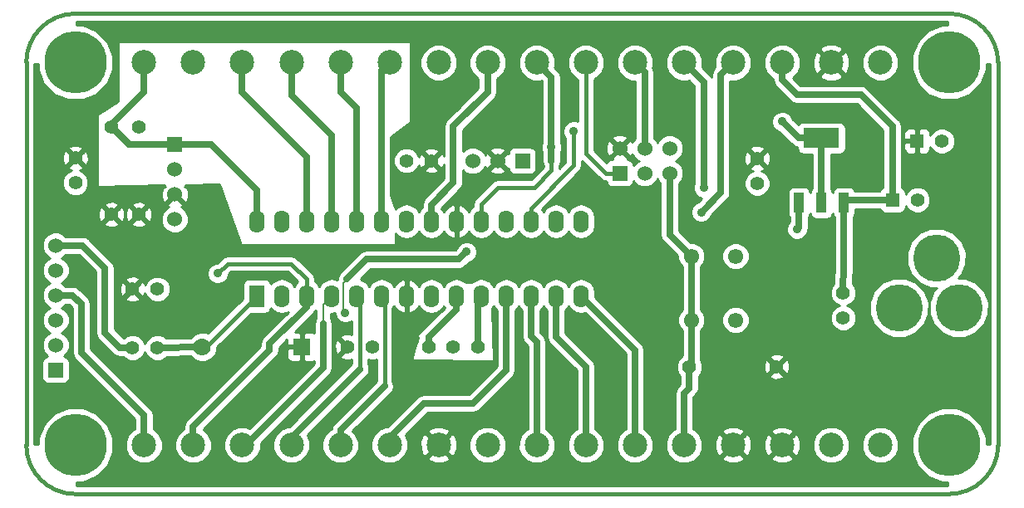
<source format=gtl>
G04 #@! TF.FileFunction,Copper,L1,Top,Plane*
%FSLAX46Y46*%
G04 Gerber Fmt 4.6, Leading zero omitted, Abs format (unit mm)*
G04 Created by KiCad (PCBNEW (after 2015-mar-04 BZR unknown)-product) date 6/6/2015 10:00:11 AM*
%MOMM*%
G01*
G04 APERTURE LIST*
%ADD10C,0.150000*%
%ADD11C,0.381000*%
%ADD12C,1.778000*%
%ADD13R,1.778000X1.778000*%
%ADD14O,1.574800X2.286000*%
%ADD15R,1.574800X2.286000*%
%ADD16C,1.397000*%
%ADD17R,3.657600X2.032000*%
%ADD18R,1.016000X2.032000*%
%ADD19R,1.524000X1.524000*%
%ADD20C,1.524000*%
%ADD21R,1.397000X1.397000*%
%ADD22C,2.499360*%
%ADD23C,1.549400*%
%ADD24C,4.800600*%
%ADD25C,6.350000*%
%ADD26C,0.889000*%
%ADD27C,0.635000*%
%ADD28C,0.203200*%
%ADD29C,0.254000*%
G04 APERTURE END LIST*
D10*
D11*
X92474000Y-79340000D02*
X181474000Y-79340000D01*
X87474000Y-123340000D02*
X87474000Y-84340000D01*
X181474000Y-128340000D02*
X92474000Y-128340000D01*
X186474000Y-84340000D02*
X186474000Y-123340000D01*
X87474000Y-123340000D02*
G75*
G03X92474000Y-128340000I5000000J0D01*
G01*
X181474000Y-128340000D02*
G75*
G03X186474000Y-123340000I0J5000000D01*
G01*
X186474000Y-84340000D02*
G75*
G03X181474000Y-79340000I-5000000J0D01*
G01*
X92474000Y-79340000D02*
G75*
G03X87474000Y-84340000I0J-5000000D01*
G01*
D12*
X105394000Y-113340000D03*
D13*
X115554000Y-113340000D03*
D14*
X113504000Y-108150000D03*
X116044000Y-108150000D03*
X118584000Y-108150000D03*
X121124000Y-108150000D03*
X123664000Y-108150000D03*
X126204000Y-108150000D03*
X128744000Y-108150000D03*
X131284000Y-108150000D03*
X133824000Y-108150000D03*
X136364000Y-108150000D03*
X138904000Y-108150000D03*
X141444000Y-108150000D03*
X143984000Y-108150000D03*
D15*
X110964000Y-108150000D03*
D14*
X143984000Y-100530000D03*
X141444000Y-100530000D03*
X138904000Y-100530000D03*
X136364000Y-100530000D03*
X133824000Y-100530000D03*
X131284000Y-100530000D03*
X128744000Y-100530000D03*
X126204000Y-100530000D03*
X123664000Y-100530000D03*
X121124000Y-100530000D03*
X118584000Y-100530000D03*
X116044000Y-100530000D03*
X113504000Y-100530000D03*
X110964000Y-100530000D03*
D16*
X98933000Y-99822000D03*
X98933000Y-90932000D03*
X96139000Y-99822000D03*
X96139000Y-90932000D03*
X163919000Y-115340000D03*
X155029000Y-115340000D03*
D17*
X168474000Y-92038000D03*
D18*
X168474000Y-98642000D03*
X170760000Y-98642000D03*
X166188000Y-98642000D03*
D19*
X147934000Y-95610000D03*
D20*
X147934000Y-93070000D03*
X150474000Y-95610000D03*
X150474000Y-93070000D03*
X153014000Y-95610000D03*
X153014000Y-93070000D03*
D21*
X178204000Y-92340000D03*
D16*
X180744000Y-92340000D03*
D21*
X175704000Y-98340000D03*
D16*
X178244000Y-98340000D03*
X161925000Y-94107000D03*
X161925000Y-96647000D03*
X128744000Y-94340000D03*
X126204000Y-94340000D03*
X100838000Y-113411000D03*
X98298000Y-113411000D03*
X120204000Y-113340000D03*
X122744000Y-113340000D03*
X92474000Y-94070000D03*
X92474000Y-96610000D03*
X98298000Y-107442000D03*
X100838000Y-107442000D03*
X170688000Y-107823000D03*
X170688000Y-110363000D03*
D22*
X134474000Y-123340000D03*
X129472740Y-123340000D03*
X124474020Y-123340000D03*
X119472760Y-123340000D03*
X114474040Y-123340000D03*
X109472780Y-123340000D03*
X104474060Y-123340000D03*
X99472800Y-123340000D03*
X139474000Y-84340000D03*
X144475260Y-84340000D03*
X149473980Y-84340000D03*
X154475240Y-84340000D03*
X159473960Y-84340000D03*
X164475220Y-84340000D03*
X169473940Y-84340000D03*
X174475200Y-84340000D03*
X99474000Y-84340000D03*
X104475260Y-84340000D03*
X109473980Y-84340000D03*
X114475240Y-84340000D03*
X119473960Y-84340000D03*
X124475220Y-84340000D03*
X129473940Y-84340000D03*
X134475200Y-84340000D03*
X174474000Y-123340000D03*
X169472740Y-123340000D03*
X164474020Y-123340000D03*
X159472760Y-123340000D03*
X154474040Y-123340000D03*
X149472780Y-123340000D03*
X144474060Y-123340000D03*
X139472800Y-123340000D03*
D19*
X90474000Y-115690000D03*
D20*
X90474000Y-113150000D03*
X90474000Y-110610000D03*
X90474000Y-108070000D03*
X90474000Y-105530000D03*
X90474000Y-102990000D03*
D19*
X102616000Y-92710000D03*
D20*
X102616000Y-95250000D03*
X102616000Y-97790000D03*
X102616000Y-100330000D03*
D23*
X155223560Y-104088800D03*
X159724440Y-104088800D03*
X155223560Y-110591200D03*
X159724440Y-110591200D03*
D16*
X128474640Y-113340000D03*
X133473360Y-113340000D03*
X130974000Y-113340000D03*
D24*
X182474000Y-109340000D03*
X176378000Y-109340000D03*
X180188000Y-104260000D03*
D19*
X138014000Y-94340000D03*
D20*
X135474000Y-94340000D03*
X132934000Y-94340000D03*
D25*
X92474000Y-84340000D03*
X92474000Y-123340000D03*
X181474000Y-84340000D03*
X181474000Y-123340000D03*
D26*
X106974000Y-105840000D03*
X156474000Y-97090000D03*
X143224000Y-91340000D03*
X140970000Y-92964000D03*
X156224000Y-99590000D03*
X119974000Y-109840000D03*
X132334000Y-103632000D03*
X165974000Y-101340000D03*
X164474000Y-90340000D03*
D27*
X123664000Y-100530000D02*
X123664000Y-85151220D01*
X123664000Y-85151220D02*
X124475220Y-84340000D01*
X121124000Y-100530000D02*
X121124000Y-88990000D01*
X121124000Y-88990000D02*
X119473960Y-87339960D01*
X119473960Y-87339960D02*
X119473960Y-84340000D01*
X118584000Y-100530000D02*
X118584000Y-91787000D01*
X114475240Y-87678240D02*
X114475240Y-84340000D01*
X118584000Y-91787000D02*
X114475240Y-87678240D01*
X116044000Y-100530000D02*
X116044000Y-93910000D01*
X116044000Y-93910000D02*
X109473980Y-87339980D01*
X109473980Y-87339980D02*
X109473980Y-84340000D01*
X134475200Y-84340000D02*
X134475200Y-87338800D01*
X134475200Y-87338800D02*
X130974000Y-90840000D01*
X130974000Y-90840000D02*
X130974000Y-96610000D01*
X130974000Y-96610000D02*
X128744000Y-98840000D01*
X128744000Y-98840000D02*
X128744000Y-100530000D01*
D11*
X128744000Y-98570000D02*
X128744000Y-100530000D01*
X130974000Y-96340000D02*
X128744000Y-98570000D01*
X130974000Y-90840000D02*
X130974000Y-96340000D01*
X134475200Y-87338800D02*
X130974000Y-90840000D01*
D27*
X133473360Y-113340000D02*
X133473360Y-108500640D01*
X133473360Y-108500640D02*
X133824000Y-108150000D01*
X128474640Y-113340000D02*
X128474640Y-112339360D01*
X128474640Y-112339360D02*
X131284000Y-109530000D01*
X131284000Y-109530000D02*
X131284000Y-108150000D01*
X90474000Y-108070000D02*
X92204000Y-108070000D01*
X92204000Y-108070000D02*
X90474000Y-108070000D01*
X99472800Y-120300800D02*
X93091000Y-113919000D01*
X93091000Y-113919000D02*
X93091000Y-108957000D01*
X93091000Y-108957000D02*
X92204000Y-108070000D01*
X99472800Y-123340000D02*
X99472800Y-120300800D01*
D11*
X114474000Y-104840000D02*
X116044000Y-106410000D01*
X106974000Y-105840000D02*
X107974000Y-104840000D01*
X107974000Y-104840000D02*
X114474000Y-104840000D01*
D27*
X104474060Y-123340000D02*
X104474060Y-121458940D01*
X116044000Y-109254000D02*
X116044000Y-108150000D01*
X112268000Y-113030000D02*
X116044000Y-109254000D01*
X112268000Y-113665000D02*
X112268000Y-113030000D01*
X104474060Y-121458940D02*
X112268000Y-113665000D01*
D11*
X116044000Y-106410000D02*
X116044000Y-108150000D01*
D27*
X156474000Y-86338760D02*
X154475240Y-84340000D01*
X156474000Y-97090000D02*
X156474000Y-86338760D01*
X150474000Y-93070000D02*
X150474000Y-85340020D01*
X150474000Y-85340020D02*
X149473980Y-84340000D01*
D11*
X138904000Y-100530000D02*
X138904000Y-99160000D01*
X143224000Y-94840000D02*
X143224000Y-91340000D01*
X138904000Y-99160000D02*
X143224000Y-94840000D01*
X144475260Y-84340000D02*
X144475260Y-93591260D01*
X146494000Y-95610000D02*
X147934000Y-95610000D01*
X144475260Y-93591260D02*
X146494000Y-95610000D01*
D27*
X140974000Y-92964000D02*
X140974000Y-85840000D01*
X140974000Y-94340000D02*
X140974000Y-92964000D01*
X140974000Y-85840000D02*
X139474000Y-84340000D01*
D11*
X133824000Y-100530000D02*
X133824000Y-98740000D01*
X140974000Y-95340000D02*
X140974000Y-94340000D01*
X139224000Y-97090000D02*
X140974000Y-95340000D01*
X135474000Y-97090000D02*
X139224000Y-97090000D01*
X133824000Y-98740000D02*
X135474000Y-97090000D01*
X140974000Y-85840000D02*
X139474000Y-84340000D01*
X140970000Y-92964000D02*
X140974000Y-92964000D01*
D28*
X117729000Y-110998000D02*
X117729000Y-110236000D01*
X117729000Y-110236000D02*
X117729000Y-109005000D01*
X117729000Y-109005000D02*
X118584000Y-108150000D01*
D27*
X109472780Y-123340000D02*
X109832000Y-123340000D01*
X117729000Y-115443000D02*
X117729000Y-110998000D01*
X109832000Y-123340000D02*
X117729000Y-115443000D01*
X114474040Y-123340000D02*
X114474040Y-122589960D01*
X114474040Y-122589960D02*
X121474000Y-115590000D01*
D11*
X121474000Y-108500000D02*
X121124000Y-108150000D01*
X121474000Y-115590000D02*
X121474000Y-108500000D01*
X114474040Y-122589960D02*
X121474000Y-115590000D01*
D27*
X119472760Y-123340000D02*
X119472760Y-121841240D01*
X119472760Y-121841240D02*
X123974000Y-117340000D01*
D11*
X123974000Y-108460000D02*
X123664000Y-108150000D01*
X123974000Y-117340000D02*
X123974000Y-108460000D01*
X119472760Y-121841240D02*
X123974000Y-117340000D01*
D27*
X124474020Y-123340000D02*
X124474020Y-122589980D01*
X124474020Y-122589980D02*
X127974000Y-119090000D01*
X127974000Y-119090000D02*
X132974000Y-119090000D01*
X132974000Y-119090000D02*
X136364000Y-115700000D01*
X136364000Y-115700000D02*
X136364000Y-108150000D01*
D11*
X132974000Y-119090000D02*
X136364000Y-115700000D01*
X127974000Y-119090000D02*
X132974000Y-119090000D01*
X124474020Y-122589980D02*
X127974000Y-119090000D01*
D27*
X139472800Y-123340000D02*
X139472800Y-112838800D01*
X139472800Y-112838800D02*
X138904000Y-112270000D01*
X138904000Y-112270000D02*
X138904000Y-108150000D01*
D11*
X138904000Y-112270000D02*
X138904000Y-108150000D01*
X139472800Y-112838800D02*
X138904000Y-112270000D01*
D27*
X144474060Y-123340000D02*
X144474060Y-115340060D01*
X144474060Y-115340060D02*
X141444000Y-112310000D01*
X141444000Y-112310000D02*
X141444000Y-108150000D01*
D11*
X141444000Y-112310000D02*
X141444000Y-108150000D01*
X144474060Y-115340060D02*
X141444000Y-112310000D01*
D27*
X149472780Y-123340000D02*
X149472780Y-113638780D01*
X149472780Y-113638780D02*
X143984000Y-108150000D01*
D11*
X149472780Y-113638780D02*
X143984000Y-108150000D01*
D27*
X156224000Y-99590000D02*
X158224000Y-97590000D01*
X158224000Y-97590000D02*
X158224000Y-85589960D01*
X158224000Y-85589960D02*
X159473960Y-84340000D01*
X97028000Y-113411000D02*
X95504000Y-111887000D01*
X95504000Y-111887000D02*
X95504000Y-105283000D01*
X95504000Y-105283000D02*
X93211000Y-102990000D01*
X93211000Y-102990000D02*
X90474000Y-102990000D01*
X98298000Y-113411000D02*
X97028000Y-113411000D01*
X105394000Y-113340000D02*
X100838000Y-113411000D01*
X153014000Y-95610000D02*
X153014000Y-101879240D01*
X153014000Y-101879240D02*
X155223560Y-104088800D01*
X155223560Y-104088800D02*
X155223560Y-110591200D01*
X154474040Y-123340000D02*
X154474040Y-118089960D01*
X155029000Y-117535000D02*
X155029000Y-115340000D01*
X154474040Y-118089960D02*
X155029000Y-117535000D01*
X155223560Y-110591200D02*
X155223560Y-115145440D01*
X155223560Y-115145440D02*
X155029000Y-115340000D01*
D11*
X105394000Y-113340000D02*
X105774000Y-113340000D01*
X105774000Y-113340000D02*
X110964000Y-108150000D01*
D27*
X102616000Y-92710000D02*
X106299000Y-92710000D01*
X110964000Y-97375000D02*
X110964000Y-100530000D01*
X106299000Y-92710000D02*
X110964000Y-97375000D01*
X102616000Y-92710000D02*
X98044000Y-92710000D01*
X97474000Y-92140000D02*
X96139000Y-90932000D01*
X98044000Y-92710000D02*
X97474000Y-92140000D01*
X97917000Y-92710000D02*
X96139000Y-90932000D01*
X102616000Y-92710000D02*
X97917000Y-92710000D01*
X99474000Y-87343000D02*
X99474000Y-84340000D01*
X96139000Y-90678000D02*
X99474000Y-87343000D01*
X96139000Y-90932000D02*
X96139000Y-90678000D01*
X175704000Y-98340000D02*
X175704000Y-90820000D01*
X175704000Y-90820000D02*
X172474000Y-87590000D01*
X172474000Y-87590000D02*
X165974000Y-87590000D01*
X165974000Y-87590000D02*
X164475220Y-86091220D01*
X164475220Y-86091220D02*
X164475220Y-84340000D01*
X170760000Y-98642000D02*
X170760000Y-104784000D01*
X170760000Y-104784000D02*
X170688000Y-107823000D01*
X175704000Y-98340000D02*
X171062000Y-98340000D01*
X171062000Y-98340000D02*
X170760000Y-98642000D01*
D28*
X119974000Y-109840000D02*
X119761000Y-109627000D01*
X119761000Y-106807000D02*
X120142000Y-106426000D01*
X119761000Y-109627000D02*
X119761000Y-106807000D01*
D27*
X120142000Y-106426000D02*
X122174000Y-104394000D01*
X122174000Y-104394000D02*
X131572000Y-104394000D01*
X131572000Y-104394000D02*
X132334000Y-103632000D01*
X166188000Y-98642000D02*
X166188000Y-101126000D01*
X166188000Y-101126000D02*
X165974000Y-101340000D01*
X168474000Y-92038000D02*
X168474000Y-98642000D01*
X168474000Y-92038000D02*
X166172000Y-92038000D01*
X166172000Y-92038000D02*
X164474000Y-90340000D01*
D29*
G36*
X185648500Y-123213000D02*
X185509826Y-123213000D01*
X185509826Y-108738890D01*
X185048702Y-107622887D01*
X184195604Y-106768298D01*
X183080407Y-106305228D01*
X182436075Y-106304665D01*
X182759702Y-105981604D01*
X183222772Y-104866407D01*
X183223826Y-103658890D01*
X182762702Y-102542887D01*
X182077731Y-101856718D01*
X182077731Y-92075914D01*
X181875146Y-91585620D01*
X181500353Y-91210173D01*
X181010413Y-91006732D01*
X180479914Y-91006269D01*
X179989620Y-91208854D01*
X179614173Y-91583647D01*
X179537500Y-91768295D01*
X179537500Y-91767809D01*
X179537500Y-91515190D01*
X179440827Y-91281801D01*
X179262198Y-91103173D01*
X179028809Y-91006500D01*
X178489750Y-91006500D01*
X178331000Y-91165250D01*
X178331000Y-92213000D01*
X178351000Y-92213000D01*
X178351000Y-92467000D01*
X178331000Y-92467000D01*
X178331000Y-93514750D01*
X178489750Y-93673500D01*
X179028809Y-93673500D01*
X179262198Y-93576827D01*
X179440827Y-93398199D01*
X179537500Y-93164810D01*
X179537500Y-92912191D01*
X179537500Y-92912009D01*
X179612854Y-93094380D01*
X179987647Y-93469827D01*
X180477587Y-93673268D01*
X181008086Y-93673731D01*
X181498380Y-93471146D01*
X181873827Y-93096353D01*
X182077268Y-92606413D01*
X182077731Y-92075914D01*
X182077731Y-101856718D01*
X181909604Y-101688298D01*
X180794407Y-101225228D01*
X179586890Y-101224174D01*
X179577731Y-101227958D01*
X179577731Y-98075914D01*
X179375146Y-97585620D01*
X179000353Y-97210173D01*
X178510413Y-97006732D01*
X178077000Y-97006353D01*
X178077000Y-93514750D01*
X178077000Y-92467000D01*
X178077000Y-92213000D01*
X178077000Y-91165250D01*
X177918250Y-91006500D01*
X177379191Y-91006500D01*
X177145802Y-91103173D01*
X176967173Y-91281801D01*
X176870500Y-91515190D01*
X176870500Y-91767809D01*
X176870500Y-92054250D01*
X177029250Y-92213000D01*
X178077000Y-92213000D01*
X178077000Y-92467000D01*
X177029250Y-92467000D01*
X176870500Y-92625750D01*
X176870500Y-92912191D01*
X176870500Y-93164810D01*
X176967173Y-93398199D01*
X177145802Y-93576827D01*
X177379191Y-93673500D01*
X177918250Y-93673500D01*
X178077000Y-93514750D01*
X178077000Y-97006353D01*
X177979914Y-97006269D01*
X177489620Y-97208854D01*
X177114173Y-97583647D01*
X177049940Y-97738337D01*
X177049940Y-97641500D01*
X177002963Y-97399377D01*
X176863173Y-97186573D01*
X176656500Y-97047066D01*
X176656500Y-90820000D01*
X176583995Y-90455494D01*
X176377519Y-90146481D01*
X176360206Y-90129168D01*
X176360206Y-83966759D01*
X176073886Y-83273809D01*
X175544179Y-82743178D01*
X174851731Y-82455648D01*
X174101959Y-82454994D01*
X173409009Y-82741314D01*
X172878378Y-83271021D01*
X172590848Y-83963469D01*
X172590194Y-84713241D01*
X172876514Y-85406191D01*
X173406221Y-85936822D01*
X174098669Y-86224352D01*
X174848441Y-86225006D01*
X175541391Y-85938686D01*
X176072022Y-85408979D01*
X176359552Y-84716531D01*
X176360206Y-83966759D01*
X176360206Y-90129168D01*
X173147519Y-86916481D01*
X172838506Y-86710005D01*
X172474000Y-86637500D01*
X171368011Y-86637500D01*
X171368011Y-84664117D01*
X171347868Y-83914616D01*
X171099799Y-83315725D01*
X170807029Y-83186517D01*
X170627423Y-83366122D01*
X170627423Y-83006911D01*
X170498215Y-82714141D01*
X169798057Y-82445929D01*
X169048556Y-82466072D01*
X168449665Y-82714141D01*
X168320457Y-83006911D01*
X169473940Y-84160395D01*
X170627423Y-83006911D01*
X170627423Y-83366122D01*
X169653545Y-84340000D01*
X170807029Y-85493483D01*
X171099799Y-85364275D01*
X171368011Y-84664117D01*
X171368011Y-86637500D01*
X170627423Y-86637500D01*
X170627423Y-85673089D01*
X169473940Y-84519605D01*
X169294335Y-84699210D01*
X169294335Y-84340000D01*
X168140851Y-83186517D01*
X167848081Y-83315725D01*
X167579869Y-84015883D01*
X167600012Y-84765384D01*
X167848081Y-85364275D01*
X168140851Y-85493483D01*
X169294335Y-84340000D01*
X169294335Y-84699210D01*
X168320457Y-85673089D01*
X168449665Y-85965859D01*
X169149823Y-86234071D01*
X169899324Y-86213928D01*
X170498215Y-85965859D01*
X170627423Y-85673089D01*
X170627423Y-86637500D01*
X166368537Y-86637500D01*
X165605623Y-85874585D01*
X166072042Y-85408979D01*
X166359572Y-84716531D01*
X166360226Y-83966759D01*
X166073906Y-83273809D01*
X165544199Y-82743178D01*
X164851751Y-82455648D01*
X164101979Y-82454994D01*
X163409029Y-82741314D01*
X162878398Y-83271021D01*
X162590868Y-83963469D01*
X162590214Y-84713241D01*
X162876534Y-85406191D01*
X163406241Y-85936822D01*
X163522720Y-85985188D01*
X163522720Y-86091220D01*
X163595225Y-86455726D01*
X163801701Y-86764739D01*
X165300481Y-88263519D01*
X165609494Y-88469995D01*
X165974000Y-88542500D01*
X172079462Y-88542500D01*
X174751500Y-91214538D01*
X174751500Y-97048838D01*
X174550573Y-97180827D01*
X174411066Y-97387500D01*
X171869165Y-97387500D01*
X171868463Y-97383877D01*
X171728673Y-97171073D01*
X171517640Y-97028623D01*
X171268000Y-96978560D01*
X170252000Y-96978560D01*
X170009877Y-97025537D01*
X169797073Y-97165327D01*
X169654623Y-97376360D01*
X169617205Y-97562942D01*
X169582463Y-97383877D01*
X169442673Y-97171073D01*
X169426500Y-97160156D01*
X169426500Y-93701440D01*
X170302800Y-93701440D01*
X170544923Y-93654463D01*
X170757727Y-93514673D01*
X170900177Y-93303640D01*
X170950240Y-93054000D01*
X170950240Y-91022000D01*
X170903263Y-90779877D01*
X170763473Y-90567073D01*
X170552440Y-90424623D01*
X170302800Y-90374560D01*
X166645200Y-90374560D01*
X166403077Y-90421537D01*
X166190273Y-90561327D01*
X166130667Y-90649629D01*
X165515968Y-90034930D01*
X165389689Y-89729311D01*
X165086286Y-89425378D01*
X164689668Y-89260687D01*
X164260216Y-89260313D01*
X163863311Y-89424311D01*
X163559378Y-89727714D01*
X163394687Y-90124332D01*
X163394313Y-90553784D01*
X163558311Y-90950689D01*
X163861714Y-91254622D01*
X164169309Y-91382347D01*
X165498481Y-92711519D01*
X165807494Y-92917995D01*
X165997760Y-92955841D01*
X165997760Y-93054000D01*
X166044737Y-93296123D01*
X166184527Y-93508927D01*
X166395560Y-93651377D01*
X166645200Y-93701440D01*
X167521500Y-93701440D01*
X167521500Y-97158477D01*
X167511073Y-97165327D01*
X167368623Y-97376360D01*
X167331205Y-97562942D01*
X167296463Y-97383877D01*
X167156673Y-97171073D01*
X166945640Y-97028623D01*
X166696000Y-96978560D01*
X165680000Y-96978560D01*
X165437877Y-97025537D01*
X165225073Y-97165327D01*
X165082623Y-97376360D01*
X165032560Y-97626000D01*
X165032560Y-99658000D01*
X165079537Y-99900123D01*
X165219327Y-100112927D01*
X165235500Y-100123843D01*
X165235500Y-100551899D01*
X165059378Y-100727714D01*
X164894687Y-101124332D01*
X164894313Y-101553784D01*
X165058311Y-101950689D01*
X165361714Y-102254622D01*
X165758332Y-102419313D01*
X166187784Y-102419687D01*
X166584689Y-102255689D01*
X166888622Y-101952286D01*
X167053313Y-101555668D01*
X167053350Y-101512422D01*
X167067995Y-101490506D01*
X167140500Y-101126000D01*
X167140500Y-100125522D01*
X167150927Y-100118673D01*
X167293377Y-99907640D01*
X167330794Y-99721057D01*
X167365537Y-99900123D01*
X167505327Y-100112927D01*
X167716360Y-100255377D01*
X167966000Y-100305440D01*
X168982000Y-100305440D01*
X169224123Y-100258463D01*
X169436927Y-100118673D01*
X169579377Y-99907640D01*
X169616794Y-99721057D01*
X169651537Y-99900123D01*
X169791327Y-100112927D01*
X169807500Y-100123843D01*
X169807500Y-104772708D01*
X169757875Y-106867292D01*
X169558173Y-107066647D01*
X169354732Y-107556587D01*
X169354269Y-108087086D01*
X169556854Y-108577380D01*
X169931647Y-108952827D01*
X170269446Y-109093093D01*
X169933620Y-109231854D01*
X169558173Y-109606647D01*
X169354732Y-110096587D01*
X169354269Y-110627086D01*
X169556854Y-111117380D01*
X169931647Y-111492827D01*
X170421587Y-111696268D01*
X170952086Y-111696731D01*
X171442380Y-111494146D01*
X171817827Y-111119353D01*
X172021268Y-110629413D01*
X172021731Y-110098914D01*
X171819146Y-109608620D01*
X171444353Y-109233173D01*
X171106553Y-109092906D01*
X171442380Y-108954146D01*
X171817827Y-108579353D01*
X172021268Y-108089413D01*
X172021731Y-107558914D01*
X171819146Y-107068620D01*
X171662361Y-106911561D01*
X171712233Y-104806560D01*
X171710261Y-104795254D01*
X171712500Y-104784000D01*
X171712500Y-100125522D01*
X171722927Y-100118673D01*
X171865377Y-99907640D01*
X171915440Y-99658000D01*
X171915440Y-99292500D01*
X174412838Y-99292500D01*
X174544827Y-99493427D01*
X174755860Y-99635877D01*
X175005500Y-99685940D01*
X176402500Y-99685940D01*
X176644623Y-99638963D01*
X176857427Y-99499173D01*
X176999877Y-99288140D01*
X177049940Y-99038500D01*
X177049940Y-98942116D01*
X177112854Y-99094380D01*
X177487647Y-99469827D01*
X177977587Y-99673268D01*
X178508086Y-99673731D01*
X178998380Y-99471146D01*
X179373827Y-99096353D01*
X179577268Y-98606413D01*
X179577731Y-98075914D01*
X179577731Y-101227958D01*
X178470887Y-101685298D01*
X177616298Y-102538396D01*
X177153228Y-103653593D01*
X177152174Y-104861110D01*
X177613298Y-105977113D01*
X178466396Y-106831702D01*
X179581593Y-107294772D01*
X180225924Y-107295334D01*
X179902298Y-107618396D01*
X179439228Y-108733593D01*
X179438174Y-109941110D01*
X179899298Y-111057113D01*
X180752396Y-111911702D01*
X181867593Y-112374772D01*
X183075110Y-112375826D01*
X184191113Y-111914702D01*
X185045702Y-111061604D01*
X185508772Y-109946407D01*
X185509826Y-108738890D01*
X185509826Y-123213000D01*
X185284112Y-123213000D01*
X185284660Y-122585469D01*
X184705844Y-121184628D01*
X183635009Y-120111923D01*
X182235181Y-119530663D01*
X180719469Y-119529340D01*
X179413826Y-120068820D01*
X179413826Y-108738890D01*
X178952702Y-107622887D01*
X178099604Y-106768298D01*
X176984407Y-106305228D01*
X175776890Y-106304174D01*
X174660887Y-106765298D01*
X173806298Y-107618396D01*
X173343228Y-108733593D01*
X173342174Y-109941110D01*
X173803298Y-111057113D01*
X174656396Y-111911702D01*
X175771593Y-112374772D01*
X176979110Y-112375826D01*
X178095113Y-111914702D01*
X178949702Y-111061604D01*
X179412772Y-109946407D01*
X179413826Y-108738890D01*
X179413826Y-120068820D01*
X179318628Y-120108156D01*
X178245923Y-121178991D01*
X177664663Y-122578819D01*
X177663340Y-124094531D01*
X178242156Y-125495372D01*
X179312991Y-126568077D01*
X180712819Y-127149337D01*
X181347000Y-127149890D01*
X181347000Y-127514500D01*
X176359006Y-127514500D01*
X176359006Y-122966759D01*
X176072686Y-122273809D01*
X175542979Y-121743178D01*
X174850531Y-121455648D01*
X174100759Y-121454994D01*
X173407809Y-121741314D01*
X172877178Y-122271021D01*
X172589648Y-122963469D01*
X172588994Y-123713241D01*
X172875314Y-124406191D01*
X173405021Y-124936822D01*
X174097469Y-125224352D01*
X174847241Y-125225006D01*
X175540191Y-124938686D01*
X176070822Y-124408979D01*
X176358352Y-123716531D01*
X176359006Y-122966759D01*
X176359006Y-127514500D01*
X171357746Y-127514500D01*
X171357746Y-122966759D01*
X171071426Y-122273809D01*
X170541719Y-121743178D01*
X169849271Y-121455648D01*
X169099499Y-121454994D01*
X168406549Y-121741314D01*
X167875918Y-122271021D01*
X167588388Y-122963469D01*
X167587734Y-123713241D01*
X167874054Y-124406191D01*
X168403761Y-124936822D01*
X169096209Y-125224352D01*
X169845981Y-125225006D01*
X170538931Y-124938686D01*
X171069562Y-124408979D01*
X171357092Y-123716531D01*
X171357746Y-122966759D01*
X171357746Y-127514500D01*
X166368091Y-127514500D01*
X166368091Y-123664117D01*
X166347948Y-122914616D01*
X166099879Y-122315725D01*
X165807109Y-122186517D01*
X165627503Y-122366122D01*
X165627503Y-122006911D01*
X165498295Y-121714141D01*
X165264927Y-121624743D01*
X165264927Y-115532520D01*
X165236148Y-115002801D01*
X165088800Y-114647071D01*
X164853188Y-114585417D01*
X164673583Y-114765022D01*
X164673583Y-114405812D01*
X164611929Y-114170200D01*
X164111520Y-113994073D01*
X163581801Y-114022852D01*
X163270927Y-114151620D01*
X163270927Y-94299520D01*
X163242148Y-93769801D01*
X163094800Y-93414071D01*
X162859188Y-93352417D01*
X162679583Y-93532022D01*
X162679583Y-93172812D01*
X162617929Y-92937200D01*
X162117520Y-92761073D01*
X161587801Y-92789852D01*
X161358966Y-92884638D01*
X161358966Y-83966759D01*
X161072646Y-83273809D01*
X160542939Y-82743178D01*
X159850491Y-82455648D01*
X159100719Y-82454994D01*
X158407769Y-82741314D01*
X157877138Y-83271021D01*
X157589608Y-83963469D01*
X157588954Y-84713241D01*
X157637117Y-84829804D01*
X157550481Y-84916441D01*
X157344005Y-85225454D01*
X157271500Y-85589960D01*
X157271500Y-85850791D01*
X157147519Y-85665241D01*
X157147519Y-85665240D01*
X156312417Y-84830139D01*
X156359592Y-84716531D01*
X156360246Y-83966759D01*
X156073926Y-83273809D01*
X155544219Y-82743178D01*
X154851771Y-82455648D01*
X154101999Y-82454994D01*
X153409049Y-82741314D01*
X152878418Y-83271021D01*
X152590888Y-83963469D01*
X152590234Y-84713241D01*
X152876554Y-85406191D01*
X153406261Y-85936822D01*
X154098709Y-86224352D01*
X154848481Y-86225006D01*
X154965044Y-86176843D01*
X155521500Y-86733298D01*
X155521500Y-96568933D01*
X155394687Y-96874332D01*
X155394313Y-97303784D01*
X155558311Y-97700689D01*
X155861714Y-98004622D01*
X156258332Y-98169313D01*
X156297614Y-98169347D01*
X155918930Y-98548031D01*
X155613311Y-98674311D01*
X155309378Y-98977714D01*
X155144687Y-99374332D01*
X155144313Y-99803784D01*
X155308311Y-100200689D01*
X155611714Y-100504622D01*
X156008332Y-100669313D01*
X156437784Y-100669687D01*
X156834689Y-100505689D01*
X157138622Y-100202286D01*
X157266347Y-99894690D01*
X158897519Y-98263519D01*
X159103995Y-97954506D01*
X159176500Y-97590000D01*
X159176500Y-86224420D01*
X159847201Y-86225006D01*
X160540151Y-85938686D01*
X161070782Y-85408979D01*
X161358312Y-84716531D01*
X161358966Y-83966759D01*
X161358966Y-92884638D01*
X161232071Y-92937200D01*
X161170417Y-93172812D01*
X161925000Y-93927395D01*
X162679583Y-93172812D01*
X162679583Y-93532022D01*
X162104605Y-94107000D01*
X162859188Y-94861583D01*
X163094800Y-94799929D01*
X163270927Y-94299520D01*
X163270927Y-114151620D01*
X163258731Y-114156671D01*
X163258731Y-96382914D01*
X163056146Y-95892620D01*
X162681353Y-95517173D01*
X162359881Y-95383686D01*
X162617929Y-95276800D01*
X162679583Y-95041188D01*
X161925000Y-94286605D01*
X161745395Y-94466210D01*
X161745395Y-94107000D01*
X160990812Y-93352417D01*
X160755200Y-93414071D01*
X160579073Y-93914480D01*
X160607852Y-94444199D01*
X160755200Y-94799929D01*
X160990812Y-94861583D01*
X161745395Y-94107000D01*
X161745395Y-94466210D01*
X161170417Y-95041188D01*
X161232071Y-95276800D01*
X161511311Y-95375083D01*
X161170620Y-95515854D01*
X160795173Y-95890647D01*
X160591732Y-96380587D01*
X160591269Y-96911086D01*
X160793854Y-97401380D01*
X161168647Y-97776827D01*
X161658587Y-97980268D01*
X162189086Y-97980731D01*
X162679380Y-97778146D01*
X163054827Y-97403353D01*
X163258268Y-96913413D01*
X163258731Y-96382914D01*
X163258731Y-114156671D01*
X163226071Y-114170200D01*
X163164417Y-114405812D01*
X163919000Y-115160395D01*
X164673583Y-114405812D01*
X164673583Y-114765022D01*
X164098605Y-115340000D01*
X164853188Y-116094583D01*
X165088800Y-116032929D01*
X165264927Y-115532520D01*
X165264927Y-121624743D01*
X164798137Y-121445929D01*
X164673583Y-121449276D01*
X164673583Y-116274188D01*
X163919000Y-115519605D01*
X163739395Y-115699210D01*
X163739395Y-115340000D01*
X162984812Y-114585417D01*
X162749200Y-114647071D01*
X162573073Y-115147480D01*
X162601852Y-115677199D01*
X162749200Y-116032929D01*
X162984812Y-116094583D01*
X163739395Y-115340000D01*
X163739395Y-115699210D01*
X163164417Y-116274188D01*
X163226071Y-116509800D01*
X163726480Y-116685927D01*
X164256199Y-116657148D01*
X164611929Y-116509800D01*
X164673583Y-116274188D01*
X164673583Y-121449276D01*
X164048636Y-121466072D01*
X163449745Y-121714141D01*
X163320537Y-122006911D01*
X164474020Y-123160395D01*
X165627503Y-122006911D01*
X165627503Y-122366122D01*
X164653625Y-123340000D01*
X165807109Y-124493483D01*
X166099879Y-124364275D01*
X166368091Y-123664117D01*
X166368091Y-127514500D01*
X165627503Y-127514500D01*
X165627503Y-124673089D01*
X164474020Y-123519605D01*
X164294415Y-123699210D01*
X164294415Y-123340000D01*
X163140931Y-122186517D01*
X162848161Y-122315725D01*
X162579949Y-123015883D01*
X162600092Y-123765384D01*
X162848161Y-124364275D01*
X163140931Y-124493483D01*
X164294415Y-123340000D01*
X164294415Y-123699210D01*
X163320537Y-124673089D01*
X163449745Y-124965859D01*
X164149903Y-125234071D01*
X164899404Y-125213928D01*
X165498295Y-124965859D01*
X165627503Y-124673089D01*
X165627503Y-127514500D01*
X161366831Y-127514500D01*
X161366831Y-123664117D01*
X161346688Y-122914616D01*
X161134385Y-122402071D01*
X161134385Y-110312023D01*
X161134385Y-103809623D01*
X160920223Y-103291312D01*
X160524014Y-102894411D01*
X160006077Y-102679345D01*
X159445263Y-102678855D01*
X158926952Y-102893017D01*
X158530051Y-103289226D01*
X158314985Y-103807163D01*
X158314495Y-104367977D01*
X158528657Y-104886288D01*
X158924866Y-105283189D01*
X159442803Y-105498255D01*
X160003617Y-105498745D01*
X160521928Y-105284583D01*
X160918829Y-104888374D01*
X161133895Y-104370437D01*
X161134385Y-103809623D01*
X161134385Y-110312023D01*
X160920223Y-109793712D01*
X160524014Y-109396811D01*
X160006077Y-109181745D01*
X159445263Y-109181255D01*
X158926952Y-109395417D01*
X158530051Y-109791626D01*
X158314985Y-110309563D01*
X158314495Y-110870377D01*
X158528657Y-111388688D01*
X158924866Y-111785589D01*
X159442803Y-112000655D01*
X160003617Y-112001145D01*
X160521928Y-111786983D01*
X160918829Y-111390774D01*
X161133895Y-110872837D01*
X161134385Y-110312023D01*
X161134385Y-122402071D01*
X161098619Y-122315725D01*
X160805849Y-122186517D01*
X160626243Y-122366122D01*
X160626243Y-122006911D01*
X160497035Y-121714141D01*
X159796877Y-121445929D01*
X159047376Y-121466072D01*
X158448485Y-121714141D01*
X158319277Y-122006911D01*
X159472760Y-123160395D01*
X160626243Y-122006911D01*
X160626243Y-122366122D01*
X159652365Y-123340000D01*
X160805849Y-124493483D01*
X161098619Y-124364275D01*
X161366831Y-123664117D01*
X161366831Y-127514500D01*
X160626243Y-127514500D01*
X160626243Y-124673089D01*
X159472760Y-123519605D01*
X159293155Y-123699210D01*
X159293155Y-123340000D01*
X158139671Y-122186517D01*
X157846901Y-122315725D01*
X157578689Y-123015883D01*
X157598832Y-123765384D01*
X157846901Y-124364275D01*
X158139671Y-124493483D01*
X159293155Y-123340000D01*
X159293155Y-123699210D01*
X158319277Y-124673089D01*
X158448485Y-124965859D01*
X159148643Y-125234071D01*
X159898144Y-125213928D01*
X160497035Y-124965859D01*
X160626243Y-124673089D01*
X160626243Y-127514500D01*
X156633505Y-127514500D01*
X156633505Y-110312023D01*
X156419343Y-109793712D01*
X156176060Y-109550004D01*
X156176060Y-105129841D01*
X156417949Y-104888374D01*
X156633015Y-104370437D01*
X156633505Y-103809623D01*
X156419343Y-103291312D01*
X156023134Y-102894411D01*
X155505197Y-102679345D01*
X155160842Y-102679044D01*
X153966500Y-101484702D01*
X153966500Y-96633095D01*
X154197629Y-96402370D01*
X154410757Y-95889100D01*
X154411242Y-95333339D01*
X154199010Y-94819697D01*
X153806370Y-94426371D01*
X153598487Y-94340050D01*
X153804303Y-94255010D01*
X154197629Y-93862370D01*
X154410757Y-93349100D01*
X154411242Y-92793339D01*
X154199010Y-92279697D01*
X153806370Y-91886371D01*
X153293100Y-91673243D01*
X152737339Y-91672758D01*
X152223697Y-91884990D01*
X151830371Y-92277630D01*
X151744050Y-92485512D01*
X151659010Y-92279697D01*
X151426500Y-92046780D01*
X151426500Y-85340020D01*
X151353995Y-84975514D01*
X151290346Y-84880257D01*
X151358332Y-84716531D01*
X151358986Y-83966759D01*
X151072666Y-83273809D01*
X150542959Y-82743178D01*
X149850511Y-82455648D01*
X149100739Y-82454994D01*
X148407789Y-82741314D01*
X147877158Y-83271021D01*
X147589628Y-83963469D01*
X147588974Y-84713241D01*
X147875294Y-85406191D01*
X148405001Y-85936822D01*
X149097449Y-86224352D01*
X149521500Y-86224721D01*
X149521500Y-92046904D01*
X149290371Y-92277630D01*
X149210605Y-92469727D01*
X149156397Y-92338857D01*
X148914213Y-92269392D01*
X148734608Y-92448997D01*
X148734608Y-92089787D01*
X148665143Y-91847603D01*
X148141698Y-91660856D01*
X147586632Y-91688638D01*
X147202857Y-91847603D01*
X147133392Y-92089787D01*
X147934000Y-92890395D01*
X148734608Y-92089787D01*
X148734608Y-92448997D01*
X148113605Y-93070000D01*
X148914213Y-93870608D01*
X149156397Y-93801143D01*
X149206508Y-93660682D01*
X149288990Y-93860303D01*
X149681630Y-94253629D01*
X149889512Y-94339949D01*
X149683697Y-94424990D01*
X149329892Y-94778177D01*
X149296463Y-94605877D01*
X149156673Y-94393073D01*
X148945640Y-94250623D01*
X148696000Y-94200560D01*
X148691484Y-94200560D01*
X148734608Y-94050213D01*
X147934000Y-93249605D01*
X147754395Y-93429210D01*
X147754395Y-93070000D01*
X146953787Y-92269392D01*
X146711603Y-92338857D01*
X146524856Y-92862302D01*
X146552638Y-93417368D01*
X146711603Y-93801143D01*
X146953787Y-93870608D01*
X147754395Y-93070000D01*
X147754395Y-93429210D01*
X147133392Y-94050213D01*
X147176515Y-94200560D01*
X147172000Y-94200560D01*
X146929877Y-94247537D01*
X146717073Y-94387327D01*
X146604915Y-94553482D01*
X145300760Y-93249326D01*
X145300760Y-86038137D01*
X145541451Y-85938686D01*
X146072082Y-85408979D01*
X146359612Y-84716531D01*
X146360266Y-83966759D01*
X146073946Y-83273809D01*
X145544239Y-82743178D01*
X144851791Y-82455648D01*
X144102019Y-82454994D01*
X143409069Y-82741314D01*
X142878438Y-83271021D01*
X142590908Y-83963469D01*
X142590254Y-84713241D01*
X142876574Y-85406191D01*
X143406281Y-85936822D01*
X143649760Y-86037923D01*
X143649760Y-90347925D01*
X143439668Y-90260687D01*
X143010216Y-90260313D01*
X142613311Y-90424311D01*
X142309378Y-90727714D01*
X142144687Y-91124332D01*
X142144313Y-91553784D01*
X142308311Y-91950689D01*
X142398500Y-92041035D01*
X142398500Y-94498066D01*
X141799500Y-95097066D01*
X141799500Y-94786063D01*
X141853995Y-94704506D01*
X141926500Y-94340000D01*
X141926500Y-93475433D01*
X142049313Y-93179668D01*
X142049687Y-92750216D01*
X141926500Y-92452081D01*
X141926500Y-85840000D01*
X141853995Y-85475494D01*
X141647519Y-85166481D01*
X141311177Y-84830139D01*
X141358352Y-84716531D01*
X141359006Y-83966759D01*
X141072686Y-83273809D01*
X140542979Y-82743178D01*
X139850531Y-82455648D01*
X139100759Y-82454994D01*
X138407809Y-82741314D01*
X137877178Y-83271021D01*
X137589648Y-83963469D01*
X137588994Y-84713241D01*
X137875314Y-85406191D01*
X138405021Y-85936822D01*
X139097469Y-86224352D01*
X139847241Y-86225006D01*
X139963804Y-86176842D01*
X140021500Y-86234538D01*
X140021500Y-92433300D01*
X139890687Y-92748332D01*
X139890313Y-93177784D01*
X140021500Y-93495280D01*
X140021500Y-94340000D01*
X140094005Y-94704506D01*
X140148500Y-94786063D01*
X140148500Y-94998066D01*
X139423440Y-95723126D01*
X139423440Y-95102000D01*
X139423440Y-93578000D01*
X139376463Y-93335877D01*
X139236673Y-93123073D01*
X139025640Y-92980623D01*
X138776000Y-92930560D01*
X137252000Y-92930560D01*
X137009877Y-92977537D01*
X136797073Y-93117327D01*
X136654623Y-93328360D01*
X136604560Y-93578000D01*
X136604560Y-93582515D01*
X136454213Y-93539392D01*
X136360206Y-93633399D01*
X136360206Y-83966759D01*
X136073886Y-83273809D01*
X135544179Y-82743178D01*
X134851731Y-82455648D01*
X134101959Y-82454994D01*
X133409009Y-82741314D01*
X132878378Y-83271021D01*
X132590848Y-83963469D01*
X132590194Y-84713241D01*
X132876514Y-85406191D01*
X133406221Y-85936822D01*
X133522700Y-85985188D01*
X133522700Y-86944261D01*
X131358946Y-89108015D01*
X131358946Y-83966759D01*
X131072626Y-83273809D01*
X130542919Y-82743178D01*
X129850471Y-82455648D01*
X129100699Y-82454994D01*
X128407749Y-82741314D01*
X127877118Y-83271021D01*
X127589588Y-83963469D01*
X127588934Y-84713241D01*
X127875254Y-85406191D01*
X128404961Y-85936822D01*
X129097409Y-86224352D01*
X129847181Y-86225006D01*
X130540131Y-85938686D01*
X131070762Y-85408979D01*
X131358292Y-84716531D01*
X131358946Y-83966759D01*
X131358946Y-89108015D01*
X130300481Y-90166481D01*
X130094005Y-90475494D01*
X130021500Y-90840000D01*
X130021500Y-93907082D01*
X129913800Y-93647071D01*
X129678188Y-93585417D01*
X129498583Y-93765022D01*
X129498583Y-93405812D01*
X129436929Y-93170200D01*
X128936520Y-92994073D01*
X128406801Y-93022852D01*
X128051071Y-93170200D01*
X127989417Y-93405812D01*
X128744000Y-94160395D01*
X129498583Y-93405812D01*
X129498583Y-93765022D01*
X128923605Y-94340000D01*
X129678188Y-95094583D01*
X129913800Y-95032929D01*
X130021500Y-94726933D01*
X130021500Y-96125066D01*
X129498583Y-96647983D01*
X129498583Y-95274188D01*
X128744000Y-94519605D01*
X128564395Y-94699210D01*
X128564395Y-94340000D01*
X127809812Y-93585417D01*
X127574200Y-93647071D01*
X127475916Y-93926311D01*
X127335146Y-93585620D01*
X126960353Y-93210173D01*
X126470413Y-93006732D01*
X125939914Y-93006269D01*
X125449620Y-93208854D01*
X125074173Y-93583647D01*
X124870732Y-94073587D01*
X124870269Y-94604086D01*
X125072854Y-95094380D01*
X125447647Y-95469827D01*
X125937587Y-95673268D01*
X126468086Y-95673731D01*
X126958380Y-95471146D01*
X127333827Y-95096353D01*
X127467313Y-94774881D01*
X127574200Y-95032929D01*
X127809812Y-95094583D01*
X128564395Y-94340000D01*
X128564395Y-94699210D01*
X127989417Y-95274188D01*
X128051071Y-95509800D01*
X128551480Y-95685927D01*
X129081199Y-95657148D01*
X129436929Y-95509800D01*
X129498583Y-95274188D01*
X129498583Y-96647983D01*
X128160283Y-97986283D01*
X127981337Y-98254094D01*
X127968365Y-98319307D01*
X127864005Y-98475494D01*
X127791500Y-98840000D01*
X127791500Y-99098171D01*
X127738211Y-99133778D01*
X127473999Y-99529198D01*
X127209789Y-99133778D01*
X126748329Y-98825441D01*
X126204000Y-98717167D01*
X125659671Y-98825441D01*
X125198211Y-99133778D01*
X125092076Y-99292620D01*
X124616500Y-97865891D01*
X124616500Y-91907875D01*
X126601000Y-90419500D01*
X126601000Y-82213000D01*
X96847000Y-82213000D01*
X96847000Y-88269791D01*
X94742000Y-89591791D01*
X94742000Y-97031026D01*
X101523865Y-96871290D01*
X101520774Y-96874382D01*
X101635784Y-96989392D01*
X101393603Y-97058857D01*
X101206856Y-97582302D01*
X101234638Y-98137368D01*
X101393603Y-98521143D01*
X101635787Y-98590608D01*
X102436395Y-97790000D01*
X102422252Y-97775857D01*
X102601857Y-97596252D01*
X102616000Y-97610395D01*
X102630142Y-97596252D01*
X102809747Y-97775857D01*
X102795605Y-97790000D01*
X103596213Y-98590608D01*
X103838397Y-98521143D01*
X104025144Y-97997698D01*
X103997362Y-97442632D01*
X103838397Y-97058857D01*
X103596215Y-96989392D01*
X103711226Y-96874382D01*
X103657872Y-96821028D01*
X107135603Y-96739117D01*
X109384838Y-102967000D01*
X125101000Y-102967000D01*
X125101000Y-101780735D01*
X125198211Y-101926222D01*
X125659671Y-102234559D01*
X126204000Y-102342833D01*
X126748329Y-102234559D01*
X127209789Y-101926222D01*
X127474000Y-101530801D01*
X127738211Y-101926222D01*
X128199671Y-102234559D01*
X128744000Y-102342833D01*
X129288329Y-102234559D01*
X129749789Y-101926222D01*
X130013753Y-101531170D01*
X130018475Y-101547262D01*
X130368014Y-101981191D01*
X130857004Y-102248327D01*
X130936940Y-102265010D01*
X131157000Y-102142852D01*
X131157000Y-100657000D01*
X131137000Y-100657000D01*
X131137000Y-100403000D01*
X131157000Y-100403000D01*
X131157000Y-98917148D01*
X130936940Y-98794990D01*
X130857004Y-98811673D01*
X130368014Y-99078809D01*
X130018475Y-99512738D01*
X130013753Y-99528829D01*
X129768803Y-99162234D01*
X131647519Y-97283519D01*
X131853995Y-96974506D01*
X131926500Y-96610000D01*
X131926500Y-95308123D01*
X132141630Y-95523629D01*
X132654900Y-95736757D01*
X133210661Y-95737242D01*
X133724303Y-95525010D01*
X134117629Y-95132370D01*
X134197394Y-94940272D01*
X134251603Y-95071143D01*
X134493787Y-95140608D01*
X135294395Y-94340000D01*
X134493787Y-93539392D01*
X134251603Y-93608857D01*
X134201491Y-93749317D01*
X134119010Y-93549697D01*
X133726370Y-93156371D01*
X133213100Y-92943243D01*
X132657339Y-92942758D01*
X132143697Y-93154990D01*
X131926500Y-93371808D01*
X131926500Y-91234538D01*
X135148719Y-88012319D01*
X135148720Y-88012319D01*
X135272492Y-87827078D01*
X135355195Y-87703306D01*
X135355195Y-87703305D01*
X135427700Y-87338800D01*
X135427700Y-85985661D01*
X135541391Y-85938686D01*
X136072022Y-85408979D01*
X136359552Y-84716531D01*
X136360206Y-83966759D01*
X136360206Y-93633399D01*
X136274608Y-93718997D01*
X136274608Y-93359787D01*
X136205143Y-93117603D01*
X135681698Y-92930856D01*
X135126632Y-92958638D01*
X134742857Y-93117603D01*
X134673392Y-93359787D01*
X135474000Y-94160395D01*
X136274608Y-93359787D01*
X136274608Y-93718997D01*
X135653605Y-94340000D01*
X136454213Y-95140608D01*
X136604560Y-95097484D01*
X136604560Y-95102000D01*
X136651537Y-95344123D01*
X136791327Y-95556927D01*
X137002360Y-95699377D01*
X137252000Y-95749440D01*
X138776000Y-95749440D01*
X139018123Y-95702463D01*
X139230927Y-95562673D01*
X139373377Y-95351640D01*
X139423440Y-95102000D01*
X139423440Y-95723126D01*
X138882066Y-96264500D01*
X136274608Y-96264500D01*
X136274608Y-95320213D01*
X135474000Y-94519605D01*
X134673392Y-95320213D01*
X134742857Y-95562397D01*
X135266302Y-95749144D01*
X135821368Y-95721362D01*
X136205143Y-95562397D01*
X136274608Y-95320213D01*
X136274608Y-96264500D01*
X135474000Y-96264500D01*
X135158095Y-96327337D01*
X134890283Y-96506283D01*
X134890280Y-96506286D01*
X133240283Y-98156283D01*
X133061337Y-98424094D01*
X132998500Y-98740000D01*
X132998500Y-99013313D01*
X132818211Y-99133778D01*
X132554246Y-99528829D01*
X132549525Y-99512738D01*
X132199986Y-99078809D01*
X131710996Y-98811673D01*
X131631060Y-98794990D01*
X131411000Y-98917148D01*
X131411000Y-100403000D01*
X131431000Y-100403000D01*
X131431000Y-100657000D01*
X131411000Y-100657000D01*
X131411000Y-102142852D01*
X131631060Y-102265010D01*
X131710996Y-102248327D01*
X132199986Y-101981191D01*
X132549525Y-101547262D01*
X132554246Y-101531170D01*
X132818211Y-101926222D01*
X133279671Y-102234559D01*
X133824000Y-102342833D01*
X134368329Y-102234559D01*
X134829789Y-101926222D01*
X135094000Y-101530801D01*
X135358211Y-101926222D01*
X135819671Y-102234559D01*
X136364000Y-102342833D01*
X136908329Y-102234559D01*
X137369789Y-101926222D01*
X137634000Y-101530801D01*
X137898211Y-101926222D01*
X138359671Y-102234559D01*
X138904000Y-102342833D01*
X139448329Y-102234559D01*
X139909789Y-101926222D01*
X140174000Y-101530801D01*
X140438211Y-101926222D01*
X140899671Y-102234559D01*
X141444000Y-102342833D01*
X141988329Y-102234559D01*
X142449789Y-101926222D01*
X142714000Y-101530801D01*
X142978211Y-101926222D01*
X143439671Y-102234559D01*
X143984000Y-102342833D01*
X144528329Y-102234559D01*
X144989789Y-101926222D01*
X145298126Y-101464762D01*
X145406400Y-100920433D01*
X145406400Y-100139567D01*
X145298126Y-99595238D01*
X144989789Y-99133778D01*
X144528329Y-98825441D01*
X143984000Y-98717167D01*
X143439671Y-98825441D01*
X142978211Y-99133778D01*
X142714000Y-99529198D01*
X142449789Y-99133778D01*
X141988329Y-98825441D01*
X141444000Y-98717167D01*
X140899671Y-98825441D01*
X140438211Y-99133778D01*
X140174000Y-99529198D01*
X139985037Y-99246396D01*
X143807713Y-95423719D01*
X143807717Y-95423717D01*
X143807717Y-95423716D01*
X143986663Y-95155905D01*
X144049500Y-94840000D01*
X144049501Y-94840000D01*
X144049500Y-94839994D01*
X144049500Y-94332933D01*
X145910280Y-96193713D01*
X145910283Y-96193717D01*
X146178094Y-96372662D01*
X146178095Y-96372663D01*
X146494000Y-96435500D01*
X146536880Y-96435500D01*
X146571537Y-96614123D01*
X146711327Y-96826927D01*
X146922360Y-96969377D01*
X147172000Y-97019440D01*
X148696000Y-97019440D01*
X148938123Y-96972463D01*
X149150927Y-96832673D01*
X149293377Y-96621640D01*
X149329604Y-96440988D01*
X149681630Y-96793629D01*
X150194900Y-97006757D01*
X150750661Y-97007242D01*
X151264303Y-96795010D01*
X151657629Y-96402370D01*
X151743949Y-96194487D01*
X151828990Y-96400303D01*
X152061500Y-96633219D01*
X152061500Y-101879240D01*
X152134005Y-102243746D01*
X152340481Y-102552759D01*
X153813913Y-104026191D01*
X153813615Y-104367977D01*
X154027777Y-104886288D01*
X154271060Y-105129995D01*
X154271060Y-109550158D01*
X154029171Y-109791626D01*
X153814105Y-110309563D01*
X153813615Y-110870377D01*
X154027777Y-111388688D01*
X154271060Y-111632395D01*
X154271060Y-114212407D01*
X153899173Y-114583647D01*
X153695732Y-115073587D01*
X153695269Y-115604086D01*
X153897854Y-116094380D01*
X154076500Y-116273337D01*
X154076500Y-117140462D01*
X153800521Y-117416441D01*
X153594045Y-117725454D01*
X153521540Y-118089960D01*
X153521540Y-121694338D01*
X153407849Y-121741314D01*
X152877218Y-122271021D01*
X152589688Y-122963469D01*
X152589034Y-123713241D01*
X152875354Y-124406191D01*
X153405061Y-124936822D01*
X154097509Y-125224352D01*
X154847281Y-125225006D01*
X155540231Y-124938686D01*
X156070862Y-124408979D01*
X156358392Y-123716531D01*
X156359046Y-122966759D01*
X156072726Y-122273809D01*
X155543019Y-121743178D01*
X155426540Y-121694811D01*
X155426540Y-118484498D01*
X155702519Y-118208519D01*
X155908995Y-117899506D01*
X155981500Y-117535000D01*
X155981500Y-116273371D01*
X156158827Y-116096353D01*
X156362268Y-115606413D01*
X156362731Y-115075914D01*
X156176060Y-114624134D01*
X156176060Y-111632241D01*
X156417949Y-111390774D01*
X156633015Y-110872837D01*
X156633505Y-110312023D01*
X156633505Y-127514500D01*
X151357786Y-127514500D01*
X151357786Y-122966759D01*
X151071466Y-122273809D01*
X150541759Y-121743178D01*
X150425280Y-121694811D01*
X150425280Y-113638780D01*
X150352775Y-113274274D01*
X150146299Y-112965261D01*
X145406400Y-108225362D01*
X145406400Y-107759567D01*
X145298126Y-107215238D01*
X144989789Y-106753778D01*
X144528329Y-106445441D01*
X143984000Y-106337167D01*
X143439671Y-106445441D01*
X142978211Y-106753778D01*
X142714000Y-107149198D01*
X142449789Y-106753778D01*
X141988329Y-106445441D01*
X141444000Y-106337167D01*
X140899671Y-106445441D01*
X140438211Y-106753778D01*
X140174000Y-107149198D01*
X139909789Y-106753778D01*
X139448329Y-106445441D01*
X138904000Y-106337167D01*
X138359671Y-106445441D01*
X137898211Y-106753778D01*
X137634000Y-107149198D01*
X137369789Y-106753778D01*
X136908329Y-106445441D01*
X136364000Y-106337167D01*
X135819671Y-106445441D01*
X135358211Y-106753778D01*
X135094000Y-107149198D01*
X134874508Y-106820705D01*
X134869851Y-106676332D01*
X134720458Y-106680725D01*
X134368329Y-106445441D01*
X133824000Y-106337167D01*
X133413687Y-106418783D01*
X133413687Y-103418216D01*
X133249689Y-103021311D01*
X132946286Y-102717378D01*
X132549668Y-102552687D01*
X132120216Y-102552313D01*
X131723311Y-102716311D01*
X131419378Y-103019714D01*
X131291652Y-103327309D01*
X131177462Y-103441500D01*
X122174000Y-103441500D01*
X121809494Y-103514005D01*
X121500481Y-103720481D01*
X119468481Y-105752481D01*
X119262005Y-106061494D01*
X119207643Y-106334786D01*
X119132046Y-106447925D01*
X119128329Y-106445441D01*
X118584000Y-106337167D01*
X118039671Y-106445441D01*
X117578211Y-106753778D01*
X117313999Y-107149198D01*
X117049789Y-106753778D01*
X116869500Y-106633313D01*
X116869500Y-106410000D01*
X116806663Y-106094095D01*
X116806663Y-106094094D01*
X116734986Y-105986824D01*
X116627717Y-105826283D01*
X116627713Y-105826280D01*
X115057717Y-104256283D01*
X114789906Y-104077337D01*
X114474000Y-104014500D01*
X107974005Y-104014500D01*
X107974000Y-104014499D01*
X107658095Y-104077337D01*
X107390283Y-104256283D01*
X107390280Y-104256286D01*
X106886143Y-104760422D01*
X106760216Y-104760313D01*
X106363311Y-104924311D01*
X106059378Y-105227714D01*
X105894687Y-105624332D01*
X105894313Y-106053784D01*
X106058311Y-106450689D01*
X106361714Y-106754622D01*
X106758332Y-106919313D01*
X107187784Y-106919687D01*
X107584689Y-106755689D01*
X107888622Y-106452286D01*
X108053313Y-106055668D01*
X108053424Y-105928009D01*
X108315933Y-105665500D01*
X114132066Y-105665500D01*
X115147392Y-106680825D01*
X115038211Y-106753778D01*
X114773999Y-107149198D01*
X114509789Y-106753778D01*
X114048329Y-106445441D01*
X113504000Y-106337167D01*
X112959671Y-106445441D01*
X112498211Y-106753778D01*
X112383126Y-106926013D01*
X112351863Y-106764877D01*
X112212073Y-106552073D01*
X112001040Y-106409623D01*
X111751400Y-106359560D01*
X110176600Y-106359560D01*
X109934477Y-106406537D01*
X109721673Y-106546327D01*
X109579223Y-106757360D01*
X109529160Y-107007000D01*
X109529160Y-108417406D01*
X106003600Y-111942965D01*
X105698472Y-111816265D01*
X105092188Y-111815736D01*
X104531851Y-112047262D01*
X104172058Y-112406427D01*
X104025144Y-112408716D01*
X104013242Y-112408901D01*
X104013242Y-100053339D01*
X103801010Y-99539697D01*
X103408370Y-99146371D01*
X103216272Y-99066605D01*
X103347143Y-99012397D01*
X103416608Y-98770213D01*
X102616000Y-97969605D01*
X102436395Y-98149210D01*
X101815392Y-98770213D01*
X101884857Y-99012397D01*
X102025317Y-99062508D01*
X101825697Y-99144990D01*
X101432371Y-99537630D01*
X101219243Y-100050900D01*
X101218758Y-100606661D01*
X101430990Y-101120303D01*
X101823630Y-101513629D01*
X102336900Y-101726757D01*
X102892661Y-101727242D01*
X103406303Y-101515010D01*
X103799629Y-101122370D01*
X104012757Y-100609100D01*
X104013242Y-100053339D01*
X104013242Y-112408901D01*
X102171731Y-112437599D01*
X102171731Y-107177914D01*
X101969146Y-106687620D01*
X101594353Y-106312173D01*
X101104413Y-106108732D01*
X100573914Y-106108269D01*
X100278927Y-106230154D01*
X100278927Y-100014520D01*
X100250148Y-99484801D01*
X100102800Y-99129071D01*
X99867188Y-99067417D01*
X99687583Y-99247022D01*
X99687583Y-98887812D01*
X99625929Y-98652200D01*
X99125520Y-98476073D01*
X98595801Y-98504852D01*
X98240071Y-98652200D01*
X98178417Y-98887812D01*
X98933000Y-99642395D01*
X99687583Y-98887812D01*
X99687583Y-99247022D01*
X99112605Y-99822000D01*
X99867188Y-100576583D01*
X100102800Y-100514929D01*
X100278927Y-100014520D01*
X100278927Y-106230154D01*
X100083620Y-106310854D01*
X99708173Y-106685647D01*
X99687583Y-106735233D01*
X99687583Y-100756188D01*
X98933000Y-100001605D01*
X98753395Y-100181210D01*
X98753395Y-99822000D01*
X97998812Y-99067417D01*
X97763200Y-99129071D01*
X97587073Y-99629480D01*
X97615852Y-100159199D01*
X97763200Y-100514929D01*
X97998812Y-100576583D01*
X98753395Y-99822000D01*
X98753395Y-100181210D01*
X98178417Y-100756188D01*
X98240071Y-100991800D01*
X98740480Y-101167927D01*
X99270199Y-101139148D01*
X99625929Y-100991800D01*
X99687583Y-100756188D01*
X99687583Y-106735233D01*
X99574686Y-107007118D01*
X99467800Y-106749071D01*
X99232188Y-106687417D01*
X99052583Y-106867022D01*
X99052583Y-106507812D01*
X98990929Y-106272200D01*
X98490520Y-106096073D01*
X97960801Y-106124852D01*
X97605071Y-106272200D01*
X97543417Y-106507812D01*
X98298000Y-107262395D01*
X99052583Y-106507812D01*
X99052583Y-106867022D01*
X98477605Y-107442000D01*
X99232188Y-108196583D01*
X99467800Y-108134929D01*
X99566083Y-107855688D01*
X99706854Y-108196380D01*
X100081647Y-108571827D01*
X100571587Y-108775268D01*
X101102086Y-108775731D01*
X101592380Y-108573146D01*
X101967827Y-108198353D01*
X102171268Y-107708413D01*
X102171731Y-107177914D01*
X102171731Y-112437599D01*
X101756960Y-112444063D01*
X101594353Y-112281173D01*
X101104413Y-112077732D01*
X100573914Y-112077269D01*
X100083620Y-112279854D01*
X99708173Y-112654647D01*
X99567906Y-112992446D01*
X99429146Y-112656620D01*
X99054353Y-112281173D01*
X99052583Y-112280438D01*
X99052583Y-108376188D01*
X98298000Y-107621605D01*
X98118395Y-107801210D01*
X98118395Y-107442000D01*
X97484927Y-106808532D01*
X97484927Y-100014520D01*
X97456148Y-99484801D01*
X97308800Y-99129071D01*
X97073188Y-99067417D01*
X96893583Y-99247022D01*
X96893583Y-98887812D01*
X96831929Y-98652200D01*
X96331520Y-98476073D01*
X95801801Y-98504852D01*
X95446071Y-98652200D01*
X95384417Y-98887812D01*
X96139000Y-99642395D01*
X96893583Y-98887812D01*
X96893583Y-99247022D01*
X96318605Y-99822000D01*
X97073188Y-100576583D01*
X97308800Y-100514929D01*
X97484927Y-100014520D01*
X97484927Y-106808532D01*
X97363812Y-106687417D01*
X97128200Y-106749071D01*
X96952073Y-107249480D01*
X96980852Y-107779199D01*
X97128200Y-108134929D01*
X97363812Y-108196583D01*
X98118395Y-107442000D01*
X98118395Y-107801210D01*
X97543417Y-108376188D01*
X97605071Y-108611800D01*
X98105480Y-108787927D01*
X98635199Y-108759148D01*
X98990929Y-108611800D01*
X99052583Y-108376188D01*
X99052583Y-112280438D01*
X98564413Y-112077732D01*
X98033914Y-112077269D01*
X97543620Y-112279854D01*
X97393625Y-112429586D01*
X96893583Y-111929544D01*
X96893583Y-100756188D01*
X96139000Y-100001605D01*
X95959395Y-100181210D01*
X95959395Y-99822000D01*
X95204812Y-99067417D01*
X94969200Y-99129071D01*
X94793073Y-99629480D01*
X94821852Y-100159199D01*
X94969200Y-100514929D01*
X95204812Y-100576583D01*
X95959395Y-99822000D01*
X95959395Y-100181210D01*
X95384417Y-100756188D01*
X95446071Y-100991800D01*
X95946480Y-101167927D01*
X96476199Y-101139148D01*
X96831929Y-100991800D01*
X96893583Y-100756188D01*
X96893583Y-111929544D01*
X96456500Y-111492461D01*
X96456500Y-105283000D01*
X96383995Y-104918494D01*
X96177519Y-104609481D01*
X93884519Y-102316481D01*
X93819927Y-102273321D01*
X93819927Y-94262520D01*
X93791148Y-93732801D01*
X93643800Y-93377071D01*
X93408188Y-93315417D01*
X93228583Y-93495022D01*
X93228583Y-93135812D01*
X93166929Y-92900200D01*
X92666520Y-92724073D01*
X92136801Y-92752852D01*
X91781071Y-92900200D01*
X91719417Y-93135812D01*
X92474000Y-93890395D01*
X93228583Y-93135812D01*
X93228583Y-93495022D01*
X92653605Y-94070000D01*
X93408188Y-94824583D01*
X93643800Y-94762929D01*
X93819927Y-94262520D01*
X93819927Y-102273321D01*
X93807731Y-102265172D01*
X93807731Y-96345914D01*
X93605146Y-95855620D01*
X93230353Y-95480173D01*
X92908881Y-95346686D01*
X93166929Y-95239800D01*
X93228583Y-95004188D01*
X92474000Y-94249605D01*
X92294395Y-94429210D01*
X92294395Y-94070000D01*
X91539812Y-93315417D01*
X91304200Y-93377071D01*
X91128073Y-93877480D01*
X91156852Y-94407199D01*
X91304200Y-94762929D01*
X91539812Y-94824583D01*
X92294395Y-94070000D01*
X92294395Y-94429210D01*
X91719417Y-95004188D01*
X91781071Y-95239800D01*
X92060311Y-95338083D01*
X91719620Y-95478854D01*
X91344173Y-95853647D01*
X91140732Y-96343587D01*
X91140269Y-96874086D01*
X91342854Y-97364380D01*
X91717647Y-97739827D01*
X92207587Y-97943268D01*
X92738086Y-97943731D01*
X93228380Y-97741146D01*
X93603827Y-97366353D01*
X93807268Y-96876413D01*
X93807731Y-96345914D01*
X93807731Y-102265172D01*
X93575506Y-102110005D01*
X93211000Y-102037500D01*
X91497095Y-102037500D01*
X91266370Y-101806371D01*
X90753100Y-101593243D01*
X90197339Y-101592758D01*
X89683697Y-101804990D01*
X89290371Y-102197630D01*
X89077243Y-102710900D01*
X89076758Y-103266661D01*
X89288990Y-103780303D01*
X89681630Y-104173629D01*
X89889512Y-104259949D01*
X89683697Y-104344990D01*
X89290371Y-104737630D01*
X89077243Y-105250900D01*
X89076758Y-105806661D01*
X89288990Y-106320303D01*
X89681630Y-106713629D01*
X89889512Y-106799949D01*
X89683697Y-106884990D01*
X89290371Y-107277630D01*
X89077243Y-107790900D01*
X89076758Y-108346661D01*
X89288990Y-108860303D01*
X89681630Y-109253629D01*
X89889512Y-109339949D01*
X89683697Y-109424990D01*
X89290371Y-109817630D01*
X89077243Y-110330900D01*
X89076758Y-110886661D01*
X89288990Y-111400303D01*
X89681630Y-111793629D01*
X89889512Y-111879949D01*
X89683697Y-111964990D01*
X89290371Y-112357630D01*
X89077243Y-112870900D01*
X89076758Y-113426661D01*
X89288990Y-113940303D01*
X89642177Y-114294107D01*
X89469877Y-114327537D01*
X89257073Y-114467327D01*
X89114623Y-114678360D01*
X89064560Y-114928000D01*
X89064560Y-116452000D01*
X89111537Y-116694123D01*
X89251327Y-116906927D01*
X89462360Y-117049377D01*
X89712000Y-117099440D01*
X91236000Y-117099440D01*
X91478123Y-117052463D01*
X91690927Y-116912673D01*
X91833377Y-116701640D01*
X91883440Y-116452000D01*
X91883440Y-114928000D01*
X91836463Y-114685877D01*
X91696673Y-114473073D01*
X91485640Y-114330623D01*
X91304988Y-114294395D01*
X91657629Y-113942370D01*
X91870757Y-113429100D01*
X91871242Y-112873339D01*
X91659010Y-112359697D01*
X91266370Y-111966371D01*
X91058487Y-111880050D01*
X91264303Y-111795010D01*
X91657629Y-111402370D01*
X91870757Y-110889100D01*
X91871242Y-110333339D01*
X91659010Y-109819697D01*
X91266370Y-109426371D01*
X91058487Y-109340050D01*
X91264303Y-109255010D01*
X91497219Y-109022500D01*
X91809461Y-109022500D01*
X92138500Y-109351538D01*
X92138500Y-113919000D01*
X92211005Y-114283506D01*
X92417481Y-114592519D01*
X98520300Y-120695338D01*
X98520300Y-121694338D01*
X98406609Y-121741314D01*
X97875978Y-122271021D01*
X97588448Y-122963469D01*
X97587794Y-123713241D01*
X97874114Y-124406191D01*
X98403821Y-124936822D01*
X99096269Y-125224352D01*
X99846041Y-125225006D01*
X100538991Y-124938686D01*
X101069622Y-124408979D01*
X101357152Y-123716531D01*
X101357806Y-122966759D01*
X101071486Y-122273809D01*
X100541779Y-121743178D01*
X100425300Y-121694811D01*
X100425300Y-120300800D01*
X100352795Y-119936294D01*
X100146319Y-119627281D01*
X94043500Y-113524462D01*
X94043500Y-108957000D01*
X93970995Y-108592494D01*
X93764519Y-108283481D01*
X93764519Y-108283480D01*
X92877519Y-107396481D01*
X92568506Y-107190005D01*
X92204000Y-107117500D01*
X91497095Y-107117500D01*
X91266370Y-106886371D01*
X91058487Y-106800050D01*
X91264303Y-106715010D01*
X91657629Y-106322370D01*
X91870757Y-105809100D01*
X91871242Y-105253339D01*
X91659010Y-104739697D01*
X91266370Y-104346371D01*
X91058487Y-104260050D01*
X91264303Y-104175010D01*
X91497219Y-103942500D01*
X92816462Y-103942500D01*
X94551500Y-105677538D01*
X94551500Y-111887000D01*
X94624005Y-112251506D01*
X94830481Y-112560519D01*
X96354480Y-114084519D01*
X96354481Y-114084519D01*
X96663494Y-114290995D01*
X97028000Y-114363500D01*
X97364628Y-114363500D01*
X97541647Y-114540827D01*
X98031587Y-114744268D01*
X98562086Y-114744731D01*
X99052380Y-114542146D01*
X99427827Y-114167353D01*
X99568093Y-113829553D01*
X99706854Y-114165380D01*
X100081647Y-114540827D01*
X100571587Y-114744268D01*
X101102086Y-114744731D01*
X101592380Y-114542146D01*
X101786021Y-114348841D01*
X104209989Y-114311066D01*
X104529596Y-114631231D01*
X105089528Y-114863735D01*
X105695812Y-114864264D01*
X106256149Y-114632738D01*
X106685231Y-114204404D01*
X106917735Y-113644472D01*
X106917980Y-113363453D01*
X110340993Y-109940440D01*
X111751400Y-109940440D01*
X111993523Y-109893463D01*
X112206327Y-109753673D01*
X112348777Y-109542640D01*
X112382720Y-109373378D01*
X112498211Y-109546222D01*
X112959671Y-109854559D01*
X113504000Y-109962833D01*
X114048329Y-109854559D01*
X114193205Y-109757755D01*
X111594481Y-112356481D01*
X111388005Y-112665494D01*
X111315500Y-113030000D01*
X111315500Y-113270462D01*
X103800541Y-120785421D01*
X103594065Y-121094434D01*
X103521560Y-121458940D01*
X103521560Y-121694338D01*
X103407869Y-121741314D01*
X102877238Y-122271021D01*
X102589708Y-122963469D01*
X102589054Y-123713241D01*
X102875374Y-124406191D01*
X103405081Y-124936822D01*
X104097529Y-125224352D01*
X104847301Y-125225006D01*
X105540251Y-124938686D01*
X106070882Y-124408979D01*
X106358412Y-123716531D01*
X106359066Y-122966759D01*
X106072746Y-122273809D01*
X105543039Y-121743178D01*
X105538672Y-121741365D01*
X112941519Y-114338519D01*
X113147995Y-114029506D01*
X113220500Y-113665000D01*
X113220500Y-113424538D01*
X114030000Y-112615038D01*
X114030000Y-113054250D01*
X114188750Y-113213000D01*
X115427000Y-113213000D01*
X115427000Y-111974750D01*
X115268250Y-111816000D01*
X114829038Y-111816000D01*
X116717519Y-109927520D01*
X116717519Y-109927519D01*
X116909788Y-109639766D01*
X116909789Y-109639766D01*
X116992400Y-109584568D01*
X116992400Y-110236000D01*
X116992400Y-110418888D01*
X116849005Y-110633494D01*
X116776500Y-110998000D01*
X116776500Y-111901821D01*
X116569309Y-111816000D01*
X115839750Y-111816000D01*
X115681000Y-111974750D01*
X115681000Y-113213000D01*
X115701000Y-113213000D01*
X115701000Y-113467000D01*
X115681000Y-113467000D01*
X115681000Y-114705250D01*
X115839750Y-114864000D01*
X116569309Y-114864000D01*
X116776500Y-114778178D01*
X116776500Y-115048461D01*
X115427000Y-116397961D01*
X115427000Y-114705250D01*
X115427000Y-113467000D01*
X114188750Y-113467000D01*
X114030000Y-113625750D01*
X114030000Y-114102691D01*
X114030000Y-114355310D01*
X114126673Y-114588699D01*
X114305302Y-114767327D01*
X114538691Y-114864000D01*
X115268250Y-114864000D01*
X115427000Y-114705250D01*
X115427000Y-116397961D01*
X110216742Y-121608219D01*
X109849311Y-121455648D01*
X109099539Y-121454994D01*
X108406589Y-121741314D01*
X107875958Y-122271021D01*
X107588428Y-122963469D01*
X107587774Y-123713241D01*
X107874094Y-124406191D01*
X108403801Y-124936822D01*
X109096249Y-125224352D01*
X109846021Y-125225006D01*
X110538971Y-124938686D01*
X111069602Y-124408979D01*
X111357132Y-123716531D01*
X111357616Y-123161421D01*
X118402519Y-116116519D01*
X118402520Y-116116519D01*
X118526292Y-115931278D01*
X118608995Y-115807506D01*
X118608995Y-115807505D01*
X118681500Y-115443000D01*
X118681500Y-110998000D01*
X118608995Y-110633494D01*
X118465600Y-110418888D01*
X118465600Y-110236000D01*
X118465600Y-109939281D01*
X118584000Y-109962833D01*
X118894445Y-109901081D01*
X118894313Y-110053784D01*
X119058311Y-110450689D01*
X119361714Y-110754622D01*
X119758332Y-110919313D01*
X120187784Y-110919687D01*
X120584689Y-110755689D01*
X120648500Y-110691989D01*
X120648500Y-112082761D01*
X120396520Y-111994073D01*
X119866801Y-112022852D01*
X119511071Y-112170200D01*
X119449417Y-112405812D01*
X120204000Y-113160395D01*
X120218142Y-113146252D01*
X120397747Y-113325857D01*
X120383605Y-113340000D01*
X120397747Y-113354142D01*
X120218142Y-113533747D01*
X120204000Y-113519605D01*
X120024395Y-113699210D01*
X120024395Y-113340000D01*
X119269812Y-112585417D01*
X119034200Y-112647071D01*
X118858073Y-113147480D01*
X118886852Y-113677199D01*
X119034200Y-114032929D01*
X119269812Y-114094583D01*
X120024395Y-113340000D01*
X120024395Y-113699210D01*
X119449417Y-114274188D01*
X119511071Y-114509800D01*
X120011480Y-114685927D01*
X120541199Y-114657148D01*
X120648500Y-114612702D01*
X120648500Y-115068462D01*
X114261827Y-121455134D01*
X114100799Y-121454994D01*
X113407849Y-121741314D01*
X112877218Y-122271021D01*
X112589688Y-122963469D01*
X112589034Y-123713241D01*
X112875354Y-124406191D01*
X113405061Y-124936822D01*
X114097509Y-125224352D01*
X114847281Y-125225006D01*
X115540231Y-124938686D01*
X116070862Y-124408979D01*
X116358392Y-123716531D01*
X116359046Y-122966759D01*
X116091585Y-122319452D01*
X122147519Y-116263519D01*
X122353995Y-115954506D01*
X122426499Y-115590000D01*
X122353995Y-115225494D01*
X122299500Y-115143936D01*
X122299500Y-114599319D01*
X122477587Y-114673268D01*
X123008086Y-114673731D01*
X123148500Y-114615713D01*
X123148500Y-116818462D01*
X118799241Y-121167721D01*
X118592765Y-121476734D01*
X118552097Y-121681183D01*
X118406569Y-121741314D01*
X117875938Y-122271021D01*
X117588408Y-122963469D01*
X117587754Y-123713241D01*
X117874074Y-124406191D01*
X118403781Y-124936822D01*
X119096229Y-125224352D01*
X119846001Y-125225006D01*
X120538951Y-124938686D01*
X121069582Y-124408979D01*
X121357112Y-123716531D01*
X121357766Y-122966759D01*
X121071446Y-122273809D01*
X120729635Y-121931402D01*
X124647519Y-118013519D01*
X124853995Y-117704506D01*
X124926500Y-117340000D01*
X124853995Y-116975494D01*
X124799500Y-116893936D01*
X124799500Y-109352095D01*
X124933753Y-109151170D01*
X124938475Y-109167262D01*
X125288014Y-109601191D01*
X125777004Y-109868327D01*
X125856940Y-109885010D01*
X126077000Y-109762852D01*
X126077000Y-108277000D01*
X126057000Y-108277000D01*
X126057000Y-108023000D01*
X126077000Y-108023000D01*
X126077000Y-106537148D01*
X125856940Y-106414990D01*
X125777004Y-106431673D01*
X125288014Y-106698809D01*
X124938475Y-107132738D01*
X124933753Y-107148829D01*
X124669789Y-106753778D01*
X124208329Y-106445441D01*
X123664000Y-106337167D01*
X123119671Y-106445441D01*
X122658211Y-106753778D01*
X122393999Y-107149198D01*
X122129789Y-106753778D01*
X121668329Y-106445441D01*
X121502568Y-106412469D01*
X122568538Y-105346500D01*
X131572000Y-105346500D01*
X131936506Y-105273995D01*
X132245519Y-105067519D01*
X132639069Y-104673968D01*
X132944689Y-104547689D01*
X133248622Y-104244286D01*
X133413313Y-103847668D01*
X133413687Y-103418216D01*
X133413687Y-106418783D01*
X133279671Y-106445441D01*
X132844987Y-106735886D01*
X132287549Y-106752281D01*
X131828329Y-106445441D01*
X131284000Y-106337167D01*
X130739671Y-106445441D01*
X130278211Y-106753778D01*
X130014000Y-107149198D01*
X129749789Y-106753778D01*
X129288329Y-106445441D01*
X128744000Y-106337167D01*
X128199671Y-106445441D01*
X127738211Y-106753778D01*
X127474246Y-107148829D01*
X127469525Y-107132738D01*
X127119986Y-106698809D01*
X126630996Y-106431673D01*
X126551060Y-106414990D01*
X126331000Y-106537148D01*
X126331000Y-108023000D01*
X126351000Y-108023000D01*
X126351000Y-108277000D01*
X126331000Y-108277000D01*
X126331000Y-109762852D01*
X126551060Y-109885010D01*
X126630996Y-109868327D01*
X127119986Y-109601191D01*
X127469525Y-109167262D01*
X127474246Y-109151170D01*
X127738211Y-109546222D01*
X128199671Y-109854559D01*
X128744000Y-109962833D01*
X129288329Y-109854559D01*
X129749789Y-109546222D01*
X130014000Y-109150801D01*
X130128835Y-109322665D01*
X127199617Y-112139222D01*
X127365801Y-112305406D01*
X127174737Y-112993233D01*
X127141372Y-113073587D01*
X127141337Y-113113475D01*
X126706631Y-114678416D01*
X135132229Y-114810066D01*
X134956319Y-109356855D01*
X135094000Y-109150801D01*
X135358211Y-109546222D01*
X135411500Y-109581828D01*
X135411500Y-115305462D01*
X132579462Y-118137500D01*
X127974000Y-118137500D01*
X127609494Y-118210005D01*
X127300481Y-118416481D01*
X124261827Y-121455134D01*
X124100779Y-121454994D01*
X123407829Y-121741314D01*
X122877198Y-122271021D01*
X122589668Y-122963469D01*
X122589014Y-123713241D01*
X122875334Y-124406191D01*
X123405041Y-124936822D01*
X124097489Y-125224352D01*
X124847261Y-125225006D01*
X125540211Y-124938686D01*
X126070842Y-124408979D01*
X126358372Y-123716531D01*
X126359026Y-122966759D01*
X126091571Y-122319466D01*
X128368538Y-120042500D01*
X132974000Y-120042500D01*
X133338506Y-119969995D01*
X133647519Y-119763519D01*
X137037519Y-116373519D01*
X137243995Y-116064506D01*
X137316500Y-115700000D01*
X137316500Y-109581828D01*
X137369789Y-109546222D01*
X137634000Y-109150801D01*
X137898211Y-109546222D01*
X137951500Y-109581828D01*
X137951500Y-112270000D01*
X138024005Y-112634506D01*
X138230481Y-112943519D01*
X138520300Y-113233338D01*
X138520300Y-121694338D01*
X138406609Y-121741314D01*
X137875978Y-122271021D01*
X137588448Y-122963469D01*
X137587794Y-123713241D01*
X137874114Y-124406191D01*
X138403821Y-124936822D01*
X139096269Y-125224352D01*
X139846041Y-125225006D01*
X140538991Y-124938686D01*
X141069622Y-124408979D01*
X141357152Y-123716531D01*
X141357806Y-122966759D01*
X141071486Y-122273809D01*
X140541779Y-121743178D01*
X140425300Y-121694811D01*
X140425300Y-112838800D01*
X140352795Y-112474294D01*
X140146319Y-112165281D01*
X139856500Y-111875462D01*
X139856500Y-109581828D01*
X139909789Y-109546222D01*
X140174000Y-109150801D01*
X140438211Y-109546222D01*
X140491500Y-109581828D01*
X140491500Y-112310000D01*
X140564005Y-112674506D01*
X140770481Y-112983519D01*
X143521560Y-115734598D01*
X143521560Y-121694338D01*
X143407869Y-121741314D01*
X142877238Y-122271021D01*
X142589708Y-122963469D01*
X142589054Y-123713241D01*
X142875374Y-124406191D01*
X143405081Y-124936822D01*
X144097529Y-125224352D01*
X144847301Y-125225006D01*
X145540251Y-124938686D01*
X146070882Y-124408979D01*
X146358412Y-123716531D01*
X146359066Y-122966759D01*
X146072746Y-122273809D01*
X145543039Y-121743178D01*
X145426560Y-121694811D01*
X145426560Y-115340060D01*
X145354055Y-114975554D01*
X145147579Y-114666541D01*
X142396500Y-111915462D01*
X142396500Y-109581828D01*
X142449789Y-109546222D01*
X142714000Y-109150801D01*
X142978211Y-109546222D01*
X143439671Y-109854559D01*
X143984000Y-109962833D01*
X144372514Y-109885552D01*
X148520280Y-114033318D01*
X148520280Y-121694338D01*
X148406589Y-121741314D01*
X147875958Y-122271021D01*
X147588428Y-122963469D01*
X147587774Y-123713241D01*
X147874094Y-124406191D01*
X148403801Y-124936822D01*
X149096249Y-125224352D01*
X149846021Y-125225006D01*
X150538971Y-124938686D01*
X151069602Y-124408979D01*
X151357132Y-123716531D01*
X151357786Y-122966759D01*
X151357786Y-127514500D01*
X136359006Y-127514500D01*
X136359006Y-122966759D01*
X136072686Y-122273809D01*
X135542979Y-121743178D01*
X134850531Y-121455648D01*
X134100759Y-121454994D01*
X133407809Y-121741314D01*
X132877178Y-122271021D01*
X132589648Y-122963469D01*
X132588994Y-123713241D01*
X132875314Y-124406191D01*
X133405021Y-124936822D01*
X134097469Y-125224352D01*
X134847241Y-125225006D01*
X135540191Y-124938686D01*
X136070822Y-124408979D01*
X136358352Y-123716531D01*
X136359006Y-122966759D01*
X136359006Y-127514500D01*
X131366811Y-127514500D01*
X131366811Y-123664117D01*
X131346668Y-122914616D01*
X131098599Y-122315725D01*
X130805829Y-122186517D01*
X130626223Y-122366122D01*
X130626223Y-122006911D01*
X130497015Y-121714141D01*
X129796857Y-121445929D01*
X129047356Y-121466072D01*
X128448465Y-121714141D01*
X128319257Y-122006911D01*
X129472740Y-123160395D01*
X130626223Y-122006911D01*
X130626223Y-122366122D01*
X129652345Y-123340000D01*
X130805829Y-124493483D01*
X131098599Y-124364275D01*
X131366811Y-123664117D01*
X131366811Y-127514500D01*
X130626223Y-127514500D01*
X130626223Y-124673089D01*
X129472740Y-123519605D01*
X129293135Y-123699210D01*
X129293135Y-123340000D01*
X128139651Y-122186517D01*
X127846881Y-122315725D01*
X127578669Y-123015883D01*
X127598812Y-123765384D01*
X127846881Y-124364275D01*
X128139651Y-124493483D01*
X129293135Y-123340000D01*
X129293135Y-123699210D01*
X128319257Y-124673089D01*
X128448465Y-124965859D01*
X129148623Y-125234071D01*
X129898124Y-125213928D01*
X130497015Y-124965859D01*
X130626223Y-124673089D01*
X130626223Y-127514500D01*
X92601000Y-127514500D01*
X92601000Y-127150112D01*
X93228531Y-127150660D01*
X94629372Y-126571844D01*
X95702077Y-125501009D01*
X96283337Y-124101181D01*
X96284660Y-122585469D01*
X95705844Y-121184628D01*
X94635009Y-120111923D01*
X93235181Y-119530663D01*
X91719469Y-119529340D01*
X90318628Y-120108156D01*
X89245923Y-121178991D01*
X88664663Y-122578819D01*
X88664109Y-123213000D01*
X88299500Y-123213000D01*
X88299500Y-84467000D01*
X88663887Y-84467000D01*
X88663340Y-85094531D01*
X89242156Y-86495372D01*
X90312991Y-87568077D01*
X91712819Y-88149337D01*
X93228531Y-88150660D01*
X94629372Y-87571844D01*
X95702077Y-86501009D01*
X96283337Y-85101181D01*
X96284660Y-83585469D01*
X95705844Y-82184628D01*
X94635009Y-81111923D01*
X93235181Y-80530663D01*
X92601000Y-80530109D01*
X92601000Y-80165500D01*
X181347000Y-80165500D01*
X181347000Y-80529887D01*
X180719469Y-80529340D01*
X179318628Y-81108156D01*
X178245923Y-82178991D01*
X177664663Y-83578819D01*
X177663340Y-85094531D01*
X178242156Y-86495372D01*
X179312991Y-87568077D01*
X180712819Y-88149337D01*
X182228531Y-88150660D01*
X183629372Y-87571844D01*
X184702077Y-86501009D01*
X185283337Y-85101181D01*
X185283890Y-84467000D01*
X185648500Y-84467000D01*
X185648500Y-123213000D01*
X185648500Y-123213000D01*
G37*
X185648500Y-123213000D02*
X185509826Y-123213000D01*
X185509826Y-108738890D01*
X185048702Y-107622887D01*
X184195604Y-106768298D01*
X183080407Y-106305228D01*
X182436075Y-106304665D01*
X182759702Y-105981604D01*
X183222772Y-104866407D01*
X183223826Y-103658890D01*
X182762702Y-102542887D01*
X182077731Y-101856718D01*
X182077731Y-92075914D01*
X181875146Y-91585620D01*
X181500353Y-91210173D01*
X181010413Y-91006732D01*
X180479914Y-91006269D01*
X179989620Y-91208854D01*
X179614173Y-91583647D01*
X179537500Y-91768295D01*
X179537500Y-91767809D01*
X179537500Y-91515190D01*
X179440827Y-91281801D01*
X179262198Y-91103173D01*
X179028809Y-91006500D01*
X178489750Y-91006500D01*
X178331000Y-91165250D01*
X178331000Y-92213000D01*
X178351000Y-92213000D01*
X178351000Y-92467000D01*
X178331000Y-92467000D01*
X178331000Y-93514750D01*
X178489750Y-93673500D01*
X179028809Y-93673500D01*
X179262198Y-93576827D01*
X179440827Y-93398199D01*
X179537500Y-93164810D01*
X179537500Y-92912191D01*
X179537500Y-92912009D01*
X179612854Y-93094380D01*
X179987647Y-93469827D01*
X180477587Y-93673268D01*
X181008086Y-93673731D01*
X181498380Y-93471146D01*
X181873827Y-93096353D01*
X182077268Y-92606413D01*
X182077731Y-92075914D01*
X182077731Y-101856718D01*
X181909604Y-101688298D01*
X180794407Y-101225228D01*
X179586890Y-101224174D01*
X179577731Y-101227958D01*
X179577731Y-98075914D01*
X179375146Y-97585620D01*
X179000353Y-97210173D01*
X178510413Y-97006732D01*
X178077000Y-97006353D01*
X178077000Y-93514750D01*
X178077000Y-92467000D01*
X178077000Y-92213000D01*
X178077000Y-91165250D01*
X177918250Y-91006500D01*
X177379191Y-91006500D01*
X177145802Y-91103173D01*
X176967173Y-91281801D01*
X176870500Y-91515190D01*
X176870500Y-91767809D01*
X176870500Y-92054250D01*
X177029250Y-92213000D01*
X178077000Y-92213000D01*
X178077000Y-92467000D01*
X177029250Y-92467000D01*
X176870500Y-92625750D01*
X176870500Y-92912191D01*
X176870500Y-93164810D01*
X176967173Y-93398199D01*
X177145802Y-93576827D01*
X177379191Y-93673500D01*
X177918250Y-93673500D01*
X178077000Y-93514750D01*
X178077000Y-97006353D01*
X177979914Y-97006269D01*
X177489620Y-97208854D01*
X177114173Y-97583647D01*
X177049940Y-97738337D01*
X177049940Y-97641500D01*
X177002963Y-97399377D01*
X176863173Y-97186573D01*
X176656500Y-97047066D01*
X176656500Y-90820000D01*
X176583995Y-90455494D01*
X176377519Y-90146481D01*
X176360206Y-90129168D01*
X176360206Y-83966759D01*
X176073886Y-83273809D01*
X175544179Y-82743178D01*
X174851731Y-82455648D01*
X174101959Y-82454994D01*
X173409009Y-82741314D01*
X172878378Y-83271021D01*
X172590848Y-83963469D01*
X172590194Y-84713241D01*
X172876514Y-85406191D01*
X173406221Y-85936822D01*
X174098669Y-86224352D01*
X174848441Y-86225006D01*
X175541391Y-85938686D01*
X176072022Y-85408979D01*
X176359552Y-84716531D01*
X176360206Y-83966759D01*
X176360206Y-90129168D01*
X173147519Y-86916481D01*
X172838506Y-86710005D01*
X172474000Y-86637500D01*
X171368011Y-86637500D01*
X171368011Y-84664117D01*
X171347868Y-83914616D01*
X171099799Y-83315725D01*
X170807029Y-83186517D01*
X170627423Y-83366122D01*
X170627423Y-83006911D01*
X170498215Y-82714141D01*
X169798057Y-82445929D01*
X169048556Y-82466072D01*
X168449665Y-82714141D01*
X168320457Y-83006911D01*
X169473940Y-84160395D01*
X170627423Y-83006911D01*
X170627423Y-83366122D01*
X169653545Y-84340000D01*
X170807029Y-85493483D01*
X171099799Y-85364275D01*
X171368011Y-84664117D01*
X171368011Y-86637500D01*
X170627423Y-86637500D01*
X170627423Y-85673089D01*
X169473940Y-84519605D01*
X169294335Y-84699210D01*
X169294335Y-84340000D01*
X168140851Y-83186517D01*
X167848081Y-83315725D01*
X167579869Y-84015883D01*
X167600012Y-84765384D01*
X167848081Y-85364275D01*
X168140851Y-85493483D01*
X169294335Y-84340000D01*
X169294335Y-84699210D01*
X168320457Y-85673089D01*
X168449665Y-85965859D01*
X169149823Y-86234071D01*
X169899324Y-86213928D01*
X170498215Y-85965859D01*
X170627423Y-85673089D01*
X170627423Y-86637500D01*
X166368537Y-86637500D01*
X165605623Y-85874585D01*
X166072042Y-85408979D01*
X166359572Y-84716531D01*
X166360226Y-83966759D01*
X166073906Y-83273809D01*
X165544199Y-82743178D01*
X164851751Y-82455648D01*
X164101979Y-82454994D01*
X163409029Y-82741314D01*
X162878398Y-83271021D01*
X162590868Y-83963469D01*
X162590214Y-84713241D01*
X162876534Y-85406191D01*
X163406241Y-85936822D01*
X163522720Y-85985188D01*
X163522720Y-86091220D01*
X163595225Y-86455726D01*
X163801701Y-86764739D01*
X165300481Y-88263519D01*
X165609494Y-88469995D01*
X165974000Y-88542500D01*
X172079462Y-88542500D01*
X174751500Y-91214538D01*
X174751500Y-97048838D01*
X174550573Y-97180827D01*
X174411066Y-97387500D01*
X171869165Y-97387500D01*
X171868463Y-97383877D01*
X171728673Y-97171073D01*
X171517640Y-97028623D01*
X171268000Y-96978560D01*
X170252000Y-96978560D01*
X170009877Y-97025537D01*
X169797073Y-97165327D01*
X169654623Y-97376360D01*
X169617205Y-97562942D01*
X169582463Y-97383877D01*
X169442673Y-97171073D01*
X169426500Y-97160156D01*
X169426500Y-93701440D01*
X170302800Y-93701440D01*
X170544923Y-93654463D01*
X170757727Y-93514673D01*
X170900177Y-93303640D01*
X170950240Y-93054000D01*
X170950240Y-91022000D01*
X170903263Y-90779877D01*
X170763473Y-90567073D01*
X170552440Y-90424623D01*
X170302800Y-90374560D01*
X166645200Y-90374560D01*
X166403077Y-90421537D01*
X166190273Y-90561327D01*
X166130667Y-90649629D01*
X165515968Y-90034930D01*
X165389689Y-89729311D01*
X165086286Y-89425378D01*
X164689668Y-89260687D01*
X164260216Y-89260313D01*
X163863311Y-89424311D01*
X163559378Y-89727714D01*
X163394687Y-90124332D01*
X163394313Y-90553784D01*
X163558311Y-90950689D01*
X163861714Y-91254622D01*
X164169309Y-91382347D01*
X165498481Y-92711519D01*
X165807494Y-92917995D01*
X165997760Y-92955841D01*
X165997760Y-93054000D01*
X166044737Y-93296123D01*
X166184527Y-93508927D01*
X166395560Y-93651377D01*
X166645200Y-93701440D01*
X167521500Y-93701440D01*
X167521500Y-97158477D01*
X167511073Y-97165327D01*
X167368623Y-97376360D01*
X167331205Y-97562942D01*
X167296463Y-97383877D01*
X167156673Y-97171073D01*
X166945640Y-97028623D01*
X166696000Y-96978560D01*
X165680000Y-96978560D01*
X165437877Y-97025537D01*
X165225073Y-97165327D01*
X165082623Y-97376360D01*
X165032560Y-97626000D01*
X165032560Y-99658000D01*
X165079537Y-99900123D01*
X165219327Y-100112927D01*
X165235500Y-100123843D01*
X165235500Y-100551899D01*
X165059378Y-100727714D01*
X164894687Y-101124332D01*
X164894313Y-101553784D01*
X165058311Y-101950689D01*
X165361714Y-102254622D01*
X165758332Y-102419313D01*
X166187784Y-102419687D01*
X166584689Y-102255689D01*
X166888622Y-101952286D01*
X167053313Y-101555668D01*
X167053350Y-101512422D01*
X167067995Y-101490506D01*
X167140500Y-101126000D01*
X167140500Y-100125522D01*
X167150927Y-100118673D01*
X167293377Y-99907640D01*
X167330794Y-99721057D01*
X167365537Y-99900123D01*
X167505327Y-100112927D01*
X167716360Y-100255377D01*
X167966000Y-100305440D01*
X168982000Y-100305440D01*
X169224123Y-100258463D01*
X169436927Y-100118673D01*
X169579377Y-99907640D01*
X169616794Y-99721057D01*
X169651537Y-99900123D01*
X169791327Y-100112927D01*
X169807500Y-100123843D01*
X169807500Y-104772708D01*
X169757875Y-106867292D01*
X169558173Y-107066647D01*
X169354732Y-107556587D01*
X169354269Y-108087086D01*
X169556854Y-108577380D01*
X169931647Y-108952827D01*
X170269446Y-109093093D01*
X169933620Y-109231854D01*
X169558173Y-109606647D01*
X169354732Y-110096587D01*
X169354269Y-110627086D01*
X169556854Y-111117380D01*
X169931647Y-111492827D01*
X170421587Y-111696268D01*
X170952086Y-111696731D01*
X171442380Y-111494146D01*
X171817827Y-111119353D01*
X172021268Y-110629413D01*
X172021731Y-110098914D01*
X171819146Y-109608620D01*
X171444353Y-109233173D01*
X171106553Y-109092906D01*
X171442380Y-108954146D01*
X171817827Y-108579353D01*
X172021268Y-108089413D01*
X172021731Y-107558914D01*
X171819146Y-107068620D01*
X171662361Y-106911561D01*
X171712233Y-104806560D01*
X171710261Y-104795254D01*
X171712500Y-104784000D01*
X171712500Y-100125522D01*
X171722927Y-100118673D01*
X171865377Y-99907640D01*
X171915440Y-99658000D01*
X171915440Y-99292500D01*
X174412838Y-99292500D01*
X174544827Y-99493427D01*
X174755860Y-99635877D01*
X175005500Y-99685940D01*
X176402500Y-99685940D01*
X176644623Y-99638963D01*
X176857427Y-99499173D01*
X176999877Y-99288140D01*
X177049940Y-99038500D01*
X177049940Y-98942116D01*
X177112854Y-99094380D01*
X177487647Y-99469827D01*
X177977587Y-99673268D01*
X178508086Y-99673731D01*
X178998380Y-99471146D01*
X179373827Y-99096353D01*
X179577268Y-98606413D01*
X179577731Y-98075914D01*
X179577731Y-101227958D01*
X178470887Y-101685298D01*
X177616298Y-102538396D01*
X177153228Y-103653593D01*
X177152174Y-104861110D01*
X177613298Y-105977113D01*
X178466396Y-106831702D01*
X179581593Y-107294772D01*
X180225924Y-107295334D01*
X179902298Y-107618396D01*
X179439228Y-108733593D01*
X179438174Y-109941110D01*
X179899298Y-111057113D01*
X180752396Y-111911702D01*
X181867593Y-112374772D01*
X183075110Y-112375826D01*
X184191113Y-111914702D01*
X185045702Y-111061604D01*
X185508772Y-109946407D01*
X185509826Y-108738890D01*
X185509826Y-123213000D01*
X185284112Y-123213000D01*
X185284660Y-122585469D01*
X184705844Y-121184628D01*
X183635009Y-120111923D01*
X182235181Y-119530663D01*
X180719469Y-119529340D01*
X179413826Y-120068820D01*
X179413826Y-108738890D01*
X178952702Y-107622887D01*
X178099604Y-106768298D01*
X176984407Y-106305228D01*
X175776890Y-106304174D01*
X174660887Y-106765298D01*
X173806298Y-107618396D01*
X173343228Y-108733593D01*
X173342174Y-109941110D01*
X173803298Y-111057113D01*
X174656396Y-111911702D01*
X175771593Y-112374772D01*
X176979110Y-112375826D01*
X178095113Y-111914702D01*
X178949702Y-111061604D01*
X179412772Y-109946407D01*
X179413826Y-108738890D01*
X179413826Y-120068820D01*
X179318628Y-120108156D01*
X178245923Y-121178991D01*
X177664663Y-122578819D01*
X177663340Y-124094531D01*
X178242156Y-125495372D01*
X179312991Y-126568077D01*
X180712819Y-127149337D01*
X181347000Y-127149890D01*
X181347000Y-127514500D01*
X176359006Y-127514500D01*
X176359006Y-122966759D01*
X176072686Y-122273809D01*
X175542979Y-121743178D01*
X174850531Y-121455648D01*
X174100759Y-121454994D01*
X173407809Y-121741314D01*
X172877178Y-122271021D01*
X172589648Y-122963469D01*
X172588994Y-123713241D01*
X172875314Y-124406191D01*
X173405021Y-124936822D01*
X174097469Y-125224352D01*
X174847241Y-125225006D01*
X175540191Y-124938686D01*
X176070822Y-124408979D01*
X176358352Y-123716531D01*
X176359006Y-122966759D01*
X176359006Y-127514500D01*
X171357746Y-127514500D01*
X171357746Y-122966759D01*
X171071426Y-122273809D01*
X170541719Y-121743178D01*
X169849271Y-121455648D01*
X169099499Y-121454994D01*
X168406549Y-121741314D01*
X167875918Y-122271021D01*
X167588388Y-122963469D01*
X167587734Y-123713241D01*
X167874054Y-124406191D01*
X168403761Y-124936822D01*
X169096209Y-125224352D01*
X169845981Y-125225006D01*
X170538931Y-124938686D01*
X171069562Y-124408979D01*
X171357092Y-123716531D01*
X171357746Y-122966759D01*
X171357746Y-127514500D01*
X166368091Y-127514500D01*
X166368091Y-123664117D01*
X166347948Y-122914616D01*
X166099879Y-122315725D01*
X165807109Y-122186517D01*
X165627503Y-122366122D01*
X165627503Y-122006911D01*
X165498295Y-121714141D01*
X165264927Y-121624743D01*
X165264927Y-115532520D01*
X165236148Y-115002801D01*
X165088800Y-114647071D01*
X164853188Y-114585417D01*
X164673583Y-114765022D01*
X164673583Y-114405812D01*
X164611929Y-114170200D01*
X164111520Y-113994073D01*
X163581801Y-114022852D01*
X163270927Y-114151620D01*
X163270927Y-94299520D01*
X163242148Y-93769801D01*
X163094800Y-93414071D01*
X162859188Y-93352417D01*
X162679583Y-93532022D01*
X162679583Y-93172812D01*
X162617929Y-92937200D01*
X162117520Y-92761073D01*
X161587801Y-92789852D01*
X161358966Y-92884638D01*
X161358966Y-83966759D01*
X161072646Y-83273809D01*
X160542939Y-82743178D01*
X159850491Y-82455648D01*
X159100719Y-82454994D01*
X158407769Y-82741314D01*
X157877138Y-83271021D01*
X157589608Y-83963469D01*
X157588954Y-84713241D01*
X157637117Y-84829804D01*
X157550481Y-84916441D01*
X157344005Y-85225454D01*
X157271500Y-85589960D01*
X157271500Y-85850791D01*
X157147519Y-85665241D01*
X157147519Y-85665240D01*
X156312417Y-84830139D01*
X156359592Y-84716531D01*
X156360246Y-83966759D01*
X156073926Y-83273809D01*
X155544219Y-82743178D01*
X154851771Y-82455648D01*
X154101999Y-82454994D01*
X153409049Y-82741314D01*
X152878418Y-83271021D01*
X152590888Y-83963469D01*
X152590234Y-84713241D01*
X152876554Y-85406191D01*
X153406261Y-85936822D01*
X154098709Y-86224352D01*
X154848481Y-86225006D01*
X154965044Y-86176843D01*
X155521500Y-86733298D01*
X155521500Y-96568933D01*
X155394687Y-96874332D01*
X155394313Y-97303784D01*
X155558311Y-97700689D01*
X155861714Y-98004622D01*
X156258332Y-98169313D01*
X156297614Y-98169347D01*
X155918930Y-98548031D01*
X155613311Y-98674311D01*
X155309378Y-98977714D01*
X155144687Y-99374332D01*
X155144313Y-99803784D01*
X155308311Y-100200689D01*
X155611714Y-100504622D01*
X156008332Y-100669313D01*
X156437784Y-100669687D01*
X156834689Y-100505689D01*
X157138622Y-100202286D01*
X157266347Y-99894690D01*
X158897519Y-98263519D01*
X159103995Y-97954506D01*
X159176500Y-97590000D01*
X159176500Y-86224420D01*
X159847201Y-86225006D01*
X160540151Y-85938686D01*
X161070782Y-85408979D01*
X161358312Y-84716531D01*
X161358966Y-83966759D01*
X161358966Y-92884638D01*
X161232071Y-92937200D01*
X161170417Y-93172812D01*
X161925000Y-93927395D01*
X162679583Y-93172812D01*
X162679583Y-93532022D01*
X162104605Y-94107000D01*
X162859188Y-94861583D01*
X163094800Y-94799929D01*
X163270927Y-94299520D01*
X163270927Y-114151620D01*
X163258731Y-114156671D01*
X163258731Y-96382914D01*
X163056146Y-95892620D01*
X162681353Y-95517173D01*
X162359881Y-95383686D01*
X162617929Y-95276800D01*
X162679583Y-95041188D01*
X161925000Y-94286605D01*
X161745395Y-94466210D01*
X161745395Y-94107000D01*
X160990812Y-93352417D01*
X160755200Y-93414071D01*
X160579073Y-93914480D01*
X160607852Y-94444199D01*
X160755200Y-94799929D01*
X160990812Y-94861583D01*
X161745395Y-94107000D01*
X161745395Y-94466210D01*
X161170417Y-95041188D01*
X161232071Y-95276800D01*
X161511311Y-95375083D01*
X161170620Y-95515854D01*
X160795173Y-95890647D01*
X160591732Y-96380587D01*
X160591269Y-96911086D01*
X160793854Y-97401380D01*
X161168647Y-97776827D01*
X161658587Y-97980268D01*
X162189086Y-97980731D01*
X162679380Y-97778146D01*
X163054827Y-97403353D01*
X163258268Y-96913413D01*
X163258731Y-96382914D01*
X163258731Y-114156671D01*
X163226071Y-114170200D01*
X163164417Y-114405812D01*
X163919000Y-115160395D01*
X164673583Y-114405812D01*
X164673583Y-114765022D01*
X164098605Y-115340000D01*
X164853188Y-116094583D01*
X165088800Y-116032929D01*
X165264927Y-115532520D01*
X165264927Y-121624743D01*
X164798137Y-121445929D01*
X164673583Y-121449276D01*
X164673583Y-116274188D01*
X163919000Y-115519605D01*
X163739395Y-115699210D01*
X163739395Y-115340000D01*
X162984812Y-114585417D01*
X162749200Y-114647071D01*
X162573073Y-115147480D01*
X162601852Y-115677199D01*
X162749200Y-116032929D01*
X162984812Y-116094583D01*
X163739395Y-115340000D01*
X163739395Y-115699210D01*
X163164417Y-116274188D01*
X163226071Y-116509800D01*
X163726480Y-116685927D01*
X164256199Y-116657148D01*
X164611929Y-116509800D01*
X164673583Y-116274188D01*
X164673583Y-121449276D01*
X164048636Y-121466072D01*
X163449745Y-121714141D01*
X163320537Y-122006911D01*
X164474020Y-123160395D01*
X165627503Y-122006911D01*
X165627503Y-122366122D01*
X164653625Y-123340000D01*
X165807109Y-124493483D01*
X166099879Y-124364275D01*
X166368091Y-123664117D01*
X166368091Y-127514500D01*
X165627503Y-127514500D01*
X165627503Y-124673089D01*
X164474020Y-123519605D01*
X164294415Y-123699210D01*
X164294415Y-123340000D01*
X163140931Y-122186517D01*
X162848161Y-122315725D01*
X162579949Y-123015883D01*
X162600092Y-123765384D01*
X162848161Y-124364275D01*
X163140931Y-124493483D01*
X164294415Y-123340000D01*
X164294415Y-123699210D01*
X163320537Y-124673089D01*
X163449745Y-124965859D01*
X164149903Y-125234071D01*
X164899404Y-125213928D01*
X165498295Y-124965859D01*
X165627503Y-124673089D01*
X165627503Y-127514500D01*
X161366831Y-127514500D01*
X161366831Y-123664117D01*
X161346688Y-122914616D01*
X161134385Y-122402071D01*
X161134385Y-110312023D01*
X161134385Y-103809623D01*
X160920223Y-103291312D01*
X160524014Y-102894411D01*
X160006077Y-102679345D01*
X159445263Y-102678855D01*
X158926952Y-102893017D01*
X158530051Y-103289226D01*
X158314985Y-103807163D01*
X158314495Y-104367977D01*
X158528657Y-104886288D01*
X158924866Y-105283189D01*
X159442803Y-105498255D01*
X160003617Y-105498745D01*
X160521928Y-105284583D01*
X160918829Y-104888374D01*
X161133895Y-104370437D01*
X161134385Y-103809623D01*
X161134385Y-110312023D01*
X160920223Y-109793712D01*
X160524014Y-109396811D01*
X160006077Y-109181745D01*
X159445263Y-109181255D01*
X158926952Y-109395417D01*
X158530051Y-109791626D01*
X158314985Y-110309563D01*
X158314495Y-110870377D01*
X158528657Y-111388688D01*
X158924866Y-111785589D01*
X159442803Y-112000655D01*
X160003617Y-112001145D01*
X160521928Y-111786983D01*
X160918829Y-111390774D01*
X161133895Y-110872837D01*
X161134385Y-110312023D01*
X161134385Y-122402071D01*
X161098619Y-122315725D01*
X160805849Y-122186517D01*
X160626243Y-122366122D01*
X160626243Y-122006911D01*
X160497035Y-121714141D01*
X159796877Y-121445929D01*
X159047376Y-121466072D01*
X158448485Y-121714141D01*
X158319277Y-122006911D01*
X159472760Y-123160395D01*
X160626243Y-122006911D01*
X160626243Y-122366122D01*
X159652365Y-123340000D01*
X160805849Y-124493483D01*
X161098619Y-124364275D01*
X161366831Y-123664117D01*
X161366831Y-127514500D01*
X160626243Y-127514500D01*
X160626243Y-124673089D01*
X159472760Y-123519605D01*
X159293155Y-123699210D01*
X159293155Y-123340000D01*
X158139671Y-122186517D01*
X157846901Y-122315725D01*
X157578689Y-123015883D01*
X157598832Y-123765384D01*
X157846901Y-124364275D01*
X158139671Y-124493483D01*
X159293155Y-123340000D01*
X159293155Y-123699210D01*
X158319277Y-124673089D01*
X158448485Y-124965859D01*
X159148643Y-125234071D01*
X159898144Y-125213928D01*
X160497035Y-124965859D01*
X160626243Y-124673089D01*
X160626243Y-127514500D01*
X156633505Y-127514500D01*
X156633505Y-110312023D01*
X156419343Y-109793712D01*
X156176060Y-109550004D01*
X156176060Y-105129841D01*
X156417949Y-104888374D01*
X156633015Y-104370437D01*
X156633505Y-103809623D01*
X156419343Y-103291312D01*
X156023134Y-102894411D01*
X155505197Y-102679345D01*
X155160842Y-102679044D01*
X153966500Y-101484702D01*
X153966500Y-96633095D01*
X154197629Y-96402370D01*
X154410757Y-95889100D01*
X154411242Y-95333339D01*
X154199010Y-94819697D01*
X153806370Y-94426371D01*
X153598487Y-94340050D01*
X153804303Y-94255010D01*
X154197629Y-93862370D01*
X154410757Y-93349100D01*
X154411242Y-92793339D01*
X154199010Y-92279697D01*
X153806370Y-91886371D01*
X153293100Y-91673243D01*
X152737339Y-91672758D01*
X152223697Y-91884990D01*
X151830371Y-92277630D01*
X151744050Y-92485512D01*
X151659010Y-92279697D01*
X151426500Y-92046780D01*
X151426500Y-85340020D01*
X151353995Y-84975514D01*
X151290346Y-84880257D01*
X151358332Y-84716531D01*
X151358986Y-83966759D01*
X151072666Y-83273809D01*
X150542959Y-82743178D01*
X149850511Y-82455648D01*
X149100739Y-82454994D01*
X148407789Y-82741314D01*
X147877158Y-83271021D01*
X147589628Y-83963469D01*
X147588974Y-84713241D01*
X147875294Y-85406191D01*
X148405001Y-85936822D01*
X149097449Y-86224352D01*
X149521500Y-86224721D01*
X149521500Y-92046904D01*
X149290371Y-92277630D01*
X149210605Y-92469727D01*
X149156397Y-92338857D01*
X148914213Y-92269392D01*
X148734608Y-92448997D01*
X148734608Y-92089787D01*
X148665143Y-91847603D01*
X148141698Y-91660856D01*
X147586632Y-91688638D01*
X147202857Y-91847603D01*
X147133392Y-92089787D01*
X147934000Y-92890395D01*
X148734608Y-92089787D01*
X148734608Y-92448997D01*
X148113605Y-93070000D01*
X148914213Y-93870608D01*
X149156397Y-93801143D01*
X149206508Y-93660682D01*
X149288990Y-93860303D01*
X149681630Y-94253629D01*
X149889512Y-94339949D01*
X149683697Y-94424990D01*
X149329892Y-94778177D01*
X149296463Y-94605877D01*
X149156673Y-94393073D01*
X148945640Y-94250623D01*
X148696000Y-94200560D01*
X148691484Y-94200560D01*
X148734608Y-94050213D01*
X147934000Y-93249605D01*
X147754395Y-93429210D01*
X147754395Y-93070000D01*
X146953787Y-92269392D01*
X146711603Y-92338857D01*
X146524856Y-92862302D01*
X146552638Y-93417368D01*
X146711603Y-93801143D01*
X146953787Y-93870608D01*
X147754395Y-93070000D01*
X147754395Y-93429210D01*
X147133392Y-94050213D01*
X147176515Y-94200560D01*
X147172000Y-94200560D01*
X146929877Y-94247537D01*
X146717073Y-94387327D01*
X146604915Y-94553482D01*
X145300760Y-93249326D01*
X145300760Y-86038137D01*
X145541451Y-85938686D01*
X146072082Y-85408979D01*
X146359612Y-84716531D01*
X146360266Y-83966759D01*
X146073946Y-83273809D01*
X145544239Y-82743178D01*
X144851791Y-82455648D01*
X144102019Y-82454994D01*
X143409069Y-82741314D01*
X142878438Y-83271021D01*
X142590908Y-83963469D01*
X142590254Y-84713241D01*
X142876574Y-85406191D01*
X143406281Y-85936822D01*
X143649760Y-86037923D01*
X143649760Y-90347925D01*
X143439668Y-90260687D01*
X143010216Y-90260313D01*
X142613311Y-90424311D01*
X142309378Y-90727714D01*
X142144687Y-91124332D01*
X142144313Y-91553784D01*
X142308311Y-91950689D01*
X142398500Y-92041035D01*
X142398500Y-94498066D01*
X141799500Y-95097066D01*
X141799500Y-94786063D01*
X141853995Y-94704506D01*
X141926500Y-94340000D01*
X141926500Y-93475433D01*
X142049313Y-93179668D01*
X142049687Y-92750216D01*
X141926500Y-92452081D01*
X141926500Y-85840000D01*
X141853995Y-85475494D01*
X141647519Y-85166481D01*
X141311177Y-84830139D01*
X141358352Y-84716531D01*
X141359006Y-83966759D01*
X141072686Y-83273809D01*
X140542979Y-82743178D01*
X139850531Y-82455648D01*
X139100759Y-82454994D01*
X138407809Y-82741314D01*
X137877178Y-83271021D01*
X137589648Y-83963469D01*
X137588994Y-84713241D01*
X137875314Y-85406191D01*
X138405021Y-85936822D01*
X139097469Y-86224352D01*
X139847241Y-86225006D01*
X139963804Y-86176842D01*
X140021500Y-86234538D01*
X140021500Y-92433300D01*
X139890687Y-92748332D01*
X139890313Y-93177784D01*
X140021500Y-93495280D01*
X140021500Y-94340000D01*
X140094005Y-94704506D01*
X140148500Y-94786063D01*
X140148500Y-94998066D01*
X139423440Y-95723126D01*
X139423440Y-95102000D01*
X139423440Y-93578000D01*
X139376463Y-93335877D01*
X139236673Y-93123073D01*
X139025640Y-92980623D01*
X138776000Y-92930560D01*
X137252000Y-92930560D01*
X137009877Y-92977537D01*
X136797073Y-93117327D01*
X136654623Y-93328360D01*
X136604560Y-93578000D01*
X136604560Y-93582515D01*
X136454213Y-93539392D01*
X136360206Y-93633399D01*
X136360206Y-83966759D01*
X136073886Y-83273809D01*
X135544179Y-82743178D01*
X134851731Y-82455648D01*
X134101959Y-82454994D01*
X133409009Y-82741314D01*
X132878378Y-83271021D01*
X132590848Y-83963469D01*
X132590194Y-84713241D01*
X132876514Y-85406191D01*
X133406221Y-85936822D01*
X133522700Y-85985188D01*
X133522700Y-86944261D01*
X131358946Y-89108015D01*
X131358946Y-83966759D01*
X131072626Y-83273809D01*
X130542919Y-82743178D01*
X129850471Y-82455648D01*
X129100699Y-82454994D01*
X128407749Y-82741314D01*
X127877118Y-83271021D01*
X127589588Y-83963469D01*
X127588934Y-84713241D01*
X127875254Y-85406191D01*
X128404961Y-85936822D01*
X129097409Y-86224352D01*
X129847181Y-86225006D01*
X130540131Y-85938686D01*
X131070762Y-85408979D01*
X131358292Y-84716531D01*
X131358946Y-83966759D01*
X131358946Y-89108015D01*
X130300481Y-90166481D01*
X130094005Y-90475494D01*
X130021500Y-90840000D01*
X130021500Y-93907082D01*
X129913800Y-93647071D01*
X129678188Y-93585417D01*
X129498583Y-93765022D01*
X129498583Y-93405812D01*
X129436929Y-93170200D01*
X128936520Y-92994073D01*
X128406801Y-93022852D01*
X128051071Y-93170200D01*
X127989417Y-93405812D01*
X128744000Y-94160395D01*
X129498583Y-93405812D01*
X129498583Y-93765022D01*
X128923605Y-94340000D01*
X129678188Y-95094583D01*
X129913800Y-95032929D01*
X130021500Y-94726933D01*
X130021500Y-96125066D01*
X129498583Y-96647983D01*
X129498583Y-95274188D01*
X128744000Y-94519605D01*
X128564395Y-94699210D01*
X128564395Y-94340000D01*
X127809812Y-93585417D01*
X127574200Y-93647071D01*
X127475916Y-93926311D01*
X127335146Y-93585620D01*
X126960353Y-93210173D01*
X126470413Y-93006732D01*
X125939914Y-93006269D01*
X125449620Y-93208854D01*
X125074173Y-93583647D01*
X124870732Y-94073587D01*
X124870269Y-94604086D01*
X125072854Y-95094380D01*
X125447647Y-95469827D01*
X125937587Y-95673268D01*
X126468086Y-95673731D01*
X126958380Y-95471146D01*
X127333827Y-95096353D01*
X127467313Y-94774881D01*
X127574200Y-95032929D01*
X127809812Y-95094583D01*
X128564395Y-94340000D01*
X128564395Y-94699210D01*
X127989417Y-95274188D01*
X128051071Y-95509800D01*
X128551480Y-95685927D01*
X129081199Y-95657148D01*
X129436929Y-95509800D01*
X129498583Y-95274188D01*
X129498583Y-96647983D01*
X128160283Y-97986283D01*
X127981337Y-98254094D01*
X127968365Y-98319307D01*
X127864005Y-98475494D01*
X127791500Y-98840000D01*
X127791500Y-99098171D01*
X127738211Y-99133778D01*
X127473999Y-99529198D01*
X127209789Y-99133778D01*
X126748329Y-98825441D01*
X126204000Y-98717167D01*
X125659671Y-98825441D01*
X125198211Y-99133778D01*
X125092076Y-99292620D01*
X124616500Y-97865891D01*
X124616500Y-91907875D01*
X126601000Y-90419500D01*
X126601000Y-82213000D01*
X96847000Y-82213000D01*
X96847000Y-88269791D01*
X94742000Y-89591791D01*
X94742000Y-97031026D01*
X101523865Y-96871290D01*
X101520774Y-96874382D01*
X101635784Y-96989392D01*
X101393603Y-97058857D01*
X101206856Y-97582302D01*
X101234638Y-98137368D01*
X101393603Y-98521143D01*
X101635787Y-98590608D01*
X102436395Y-97790000D01*
X102422252Y-97775857D01*
X102601857Y-97596252D01*
X102616000Y-97610395D01*
X102630142Y-97596252D01*
X102809747Y-97775857D01*
X102795605Y-97790000D01*
X103596213Y-98590608D01*
X103838397Y-98521143D01*
X104025144Y-97997698D01*
X103997362Y-97442632D01*
X103838397Y-97058857D01*
X103596215Y-96989392D01*
X103711226Y-96874382D01*
X103657872Y-96821028D01*
X107135603Y-96739117D01*
X109384838Y-102967000D01*
X125101000Y-102967000D01*
X125101000Y-101780735D01*
X125198211Y-101926222D01*
X125659671Y-102234559D01*
X126204000Y-102342833D01*
X126748329Y-102234559D01*
X127209789Y-101926222D01*
X127474000Y-101530801D01*
X127738211Y-101926222D01*
X128199671Y-102234559D01*
X128744000Y-102342833D01*
X129288329Y-102234559D01*
X129749789Y-101926222D01*
X130013753Y-101531170D01*
X130018475Y-101547262D01*
X130368014Y-101981191D01*
X130857004Y-102248327D01*
X130936940Y-102265010D01*
X131157000Y-102142852D01*
X131157000Y-100657000D01*
X131137000Y-100657000D01*
X131137000Y-100403000D01*
X131157000Y-100403000D01*
X131157000Y-98917148D01*
X130936940Y-98794990D01*
X130857004Y-98811673D01*
X130368014Y-99078809D01*
X130018475Y-99512738D01*
X130013753Y-99528829D01*
X129768803Y-99162234D01*
X131647519Y-97283519D01*
X131853995Y-96974506D01*
X131926500Y-96610000D01*
X131926500Y-95308123D01*
X132141630Y-95523629D01*
X132654900Y-95736757D01*
X133210661Y-95737242D01*
X133724303Y-95525010D01*
X134117629Y-95132370D01*
X134197394Y-94940272D01*
X134251603Y-95071143D01*
X134493787Y-95140608D01*
X135294395Y-94340000D01*
X134493787Y-93539392D01*
X134251603Y-93608857D01*
X134201491Y-93749317D01*
X134119010Y-93549697D01*
X133726370Y-93156371D01*
X133213100Y-92943243D01*
X132657339Y-92942758D01*
X132143697Y-93154990D01*
X131926500Y-93371808D01*
X131926500Y-91234538D01*
X135148719Y-88012319D01*
X135148720Y-88012319D01*
X135272492Y-87827078D01*
X135355195Y-87703306D01*
X135355195Y-87703305D01*
X135427700Y-87338800D01*
X135427700Y-85985661D01*
X135541391Y-85938686D01*
X136072022Y-85408979D01*
X136359552Y-84716531D01*
X136360206Y-83966759D01*
X136360206Y-93633399D01*
X136274608Y-93718997D01*
X136274608Y-93359787D01*
X136205143Y-93117603D01*
X135681698Y-92930856D01*
X135126632Y-92958638D01*
X134742857Y-93117603D01*
X134673392Y-93359787D01*
X135474000Y-94160395D01*
X136274608Y-93359787D01*
X136274608Y-93718997D01*
X135653605Y-94340000D01*
X136454213Y-95140608D01*
X136604560Y-95097484D01*
X136604560Y-95102000D01*
X136651537Y-95344123D01*
X136791327Y-95556927D01*
X137002360Y-95699377D01*
X137252000Y-95749440D01*
X138776000Y-95749440D01*
X139018123Y-95702463D01*
X139230927Y-95562673D01*
X139373377Y-95351640D01*
X139423440Y-95102000D01*
X139423440Y-95723126D01*
X138882066Y-96264500D01*
X136274608Y-96264500D01*
X136274608Y-95320213D01*
X135474000Y-94519605D01*
X134673392Y-95320213D01*
X134742857Y-95562397D01*
X135266302Y-95749144D01*
X135821368Y-95721362D01*
X136205143Y-95562397D01*
X136274608Y-95320213D01*
X136274608Y-96264500D01*
X135474000Y-96264500D01*
X135158095Y-96327337D01*
X134890283Y-96506283D01*
X134890280Y-96506286D01*
X133240283Y-98156283D01*
X133061337Y-98424094D01*
X132998500Y-98740000D01*
X132998500Y-99013313D01*
X132818211Y-99133778D01*
X132554246Y-99528829D01*
X132549525Y-99512738D01*
X132199986Y-99078809D01*
X131710996Y-98811673D01*
X131631060Y-98794990D01*
X131411000Y-98917148D01*
X131411000Y-100403000D01*
X131431000Y-100403000D01*
X131431000Y-100657000D01*
X131411000Y-100657000D01*
X131411000Y-102142852D01*
X131631060Y-102265010D01*
X131710996Y-102248327D01*
X132199986Y-101981191D01*
X132549525Y-101547262D01*
X132554246Y-101531170D01*
X132818211Y-101926222D01*
X133279671Y-102234559D01*
X133824000Y-102342833D01*
X134368329Y-102234559D01*
X134829789Y-101926222D01*
X135094000Y-101530801D01*
X135358211Y-101926222D01*
X135819671Y-102234559D01*
X136364000Y-102342833D01*
X136908329Y-102234559D01*
X137369789Y-101926222D01*
X137634000Y-101530801D01*
X137898211Y-101926222D01*
X138359671Y-102234559D01*
X138904000Y-102342833D01*
X139448329Y-102234559D01*
X139909789Y-101926222D01*
X140174000Y-101530801D01*
X140438211Y-101926222D01*
X140899671Y-102234559D01*
X141444000Y-102342833D01*
X141988329Y-102234559D01*
X142449789Y-101926222D01*
X142714000Y-101530801D01*
X142978211Y-101926222D01*
X143439671Y-102234559D01*
X143984000Y-102342833D01*
X144528329Y-102234559D01*
X144989789Y-101926222D01*
X145298126Y-101464762D01*
X145406400Y-100920433D01*
X145406400Y-100139567D01*
X145298126Y-99595238D01*
X144989789Y-99133778D01*
X144528329Y-98825441D01*
X143984000Y-98717167D01*
X143439671Y-98825441D01*
X142978211Y-99133778D01*
X142714000Y-99529198D01*
X142449789Y-99133778D01*
X141988329Y-98825441D01*
X141444000Y-98717167D01*
X140899671Y-98825441D01*
X140438211Y-99133778D01*
X140174000Y-99529198D01*
X139985037Y-99246396D01*
X143807713Y-95423719D01*
X143807717Y-95423717D01*
X143807717Y-95423716D01*
X143986663Y-95155905D01*
X144049500Y-94840000D01*
X144049501Y-94840000D01*
X144049500Y-94839994D01*
X144049500Y-94332933D01*
X145910280Y-96193713D01*
X145910283Y-96193717D01*
X146178094Y-96372662D01*
X146178095Y-96372663D01*
X146494000Y-96435500D01*
X146536880Y-96435500D01*
X146571537Y-96614123D01*
X146711327Y-96826927D01*
X146922360Y-96969377D01*
X147172000Y-97019440D01*
X148696000Y-97019440D01*
X148938123Y-96972463D01*
X149150927Y-96832673D01*
X149293377Y-96621640D01*
X149329604Y-96440988D01*
X149681630Y-96793629D01*
X150194900Y-97006757D01*
X150750661Y-97007242D01*
X151264303Y-96795010D01*
X151657629Y-96402370D01*
X151743949Y-96194487D01*
X151828990Y-96400303D01*
X152061500Y-96633219D01*
X152061500Y-101879240D01*
X152134005Y-102243746D01*
X152340481Y-102552759D01*
X153813913Y-104026191D01*
X153813615Y-104367977D01*
X154027777Y-104886288D01*
X154271060Y-105129995D01*
X154271060Y-109550158D01*
X154029171Y-109791626D01*
X153814105Y-110309563D01*
X153813615Y-110870377D01*
X154027777Y-111388688D01*
X154271060Y-111632395D01*
X154271060Y-114212407D01*
X153899173Y-114583647D01*
X153695732Y-115073587D01*
X153695269Y-115604086D01*
X153897854Y-116094380D01*
X154076500Y-116273337D01*
X154076500Y-117140462D01*
X153800521Y-117416441D01*
X153594045Y-117725454D01*
X153521540Y-118089960D01*
X153521540Y-121694338D01*
X153407849Y-121741314D01*
X152877218Y-122271021D01*
X152589688Y-122963469D01*
X152589034Y-123713241D01*
X152875354Y-124406191D01*
X153405061Y-124936822D01*
X154097509Y-125224352D01*
X154847281Y-125225006D01*
X155540231Y-124938686D01*
X156070862Y-124408979D01*
X156358392Y-123716531D01*
X156359046Y-122966759D01*
X156072726Y-122273809D01*
X155543019Y-121743178D01*
X155426540Y-121694811D01*
X155426540Y-118484498D01*
X155702519Y-118208519D01*
X155908995Y-117899506D01*
X155981500Y-117535000D01*
X155981500Y-116273371D01*
X156158827Y-116096353D01*
X156362268Y-115606413D01*
X156362731Y-115075914D01*
X156176060Y-114624134D01*
X156176060Y-111632241D01*
X156417949Y-111390774D01*
X156633015Y-110872837D01*
X156633505Y-110312023D01*
X156633505Y-127514500D01*
X151357786Y-127514500D01*
X151357786Y-122966759D01*
X151071466Y-122273809D01*
X150541759Y-121743178D01*
X150425280Y-121694811D01*
X150425280Y-113638780D01*
X150352775Y-113274274D01*
X150146299Y-112965261D01*
X145406400Y-108225362D01*
X145406400Y-107759567D01*
X145298126Y-107215238D01*
X144989789Y-106753778D01*
X144528329Y-106445441D01*
X143984000Y-106337167D01*
X143439671Y-106445441D01*
X142978211Y-106753778D01*
X142714000Y-107149198D01*
X142449789Y-106753778D01*
X141988329Y-106445441D01*
X141444000Y-106337167D01*
X140899671Y-106445441D01*
X140438211Y-106753778D01*
X140174000Y-107149198D01*
X139909789Y-106753778D01*
X139448329Y-106445441D01*
X138904000Y-106337167D01*
X138359671Y-106445441D01*
X137898211Y-106753778D01*
X137634000Y-107149198D01*
X137369789Y-106753778D01*
X136908329Y-106445441D01*
X136364000Y-106337167D01*
X135819671Y-106445441D01*
X135358211Y-106753778D01*
X135094000Y-107149198D01*
X134874508Y-106820705D01*
X134869851Y-106676332D01*
X134720458Y-106680725D01*
X134368329Y-106445441D01*
X133824000Y-106337167D01*
X133413687Y-106418783D01*
X133413687Y-103418216D01*
X133249689Y-103021311D01*
X132946286Y-102717378D01*
X132549668Y-102552687D01*
X132120216Y-102552313D01*
X131723311Y-102716311D01*
X131419378Y-103019714D01*
X131291652Y-103327309D01*
X131177462Y-103441500D01*
X122174000Y-103441500D01*
X121809494Y-103514005D01*
X121500481Y-103720481D01*
X119468481Y-105752481D01*
X119262005Y-106061494D01*
X119207643Y-106334786D01*
X119132046Y-106447925D01*
X119128329Y-106445441D01*
X118584000Y-106337167D01*
X118039671Y-106445441D01*
X117578211Y-106753778D01*
X117313999Y-107149198D01*
X117049789Y-106753778D01*
X116869500Y-106633313D01*
X116869500Y-106410000D01*
X116806663Y-106094095D01*
X116806663Y-106094094D01*
X116734986Y-105986824D01*
X116627717Y-105826283D01*
X116627713Y-105826280D01*
X115057717Y-104256283D01*
X114789906Y-104077337D01*
X114474000Y-104014500D01*
X107974005Y-104014500D01*
X107974000Y-104014499D01*
X107658095Y-104077337D01*
X107390283Y-104256283D01*
X107390280Y-104256286D01*
X106886143Y-104760422D01*
X106760216Y-104760313D01*
X106363311Y-104924311D01*
X106059378Y-105227714D01*
X105894687Y-105624332D01*
X105894313Y-106053784D01*
X106058311Y-106450689D01*
X106361714Y-106754622D01*
X106758332Y-106919313D01*
X107187784Y-106919687D01*
X107584689Y-106755689D01*
X107888622Y-106452286D01*
X108053313Y-106055668D01*
X108053424Y-105928009D01*
X108315933Y-105665500D01*
X114132066Y-105665500D01*
X115147392Y-106680825D01*
X115038211Y-106753778D01*
X114773999Y-107149198D01*
X114509789Y-106753778D01*
X114048329Y-106445441D01*
X113504000Y-106337167D01*
X112959671Y-106445441D01*
X112498211Y-106753778D01*
X112383126Y-106926013D01*
X112351863Y-106764877D01*
X112212073Y-106552073D01*
X112001040Y-106409623D01*
X111751400Y-106359560D01*
X110176600Y-106359560D01*
X109934477Y-106406537D01*
X109721673Y-106546327D01*
X109579223Y-106757360D01*
X109529160Y-107007000D01*
X109529160Y-108417406D01*
X106003600Y-111942965D01*
X105698472Y-111816265D01*
X105092188Y-111815736D01*
X104531851Y-112047262D01*
X104172058Y-112406427D01*
X104025144Y-112408716D01*
X104013242Y-112408901D01*
X104013242Y-100053339D01*
X103801010Y-99539697D01*
X103408370Y-99146371D01*
X103216272Y-99066605D01*
X103347143Y-99012397D01*
X103416608Y-98770213D01*
X102616000Y-97969605D01*
X102436395Y-98149210D01*
X101815392Y-98770213D01*
X101884857Y-99012397D01*
X102025317Y-99062508D01*
X101825697Y-99144990D01*
X101432371Y-99537630D01*
X101219243Y-100050900D01*
X101218758Y-100606661D01*
X101430990Y-101120303D01*
X101823630Y-101513629D01*
X102336900Y-101726757D01*
X102892661Y-101727242D01*
X103406303Y-101515010D01*
X103799629Y-101122370D01*
X104012757Y-100609100D01*
X104013242Y-100053339D01*
X104013242Y-112408901D01*
X102171731Y-112437599D01*
X102171731Y-107177914D01*
X101969146Y-106687620D01*
X101594353Y-106312173D01*
X101104413Y-106108732D01*
X100573914Y-106108269D01*
X100278927Y-106230154D01*
X100278927Y-100014520D01*
X100250148Y-99484801D01*
X100102800Y-99129071D01*
X99867188Y-99067417D01*
X99687583Y-99247022D01*
X99687583Y-98887812D01*
X99625929Y-98652200D01*
X99125520Y-98476073D01*
X98595801Y-98504852D01*
X98240071Y-98652200D01*
X98178417Y-98887812D01*
X98933000Y-99642395D01*
X99687583Y-98887812D01*
X99687583Y-99247022D01*
X99112605Y-99822000D01*
X99867188Y-100576583D01*
X100102800Y-100514929D01*
X100278927Y-100014520D01*
X100278927Y-106230154D01*
X100083620Y-106310854D01*
X99708173Y-106685647D01*
X99687583Y-106735233D01*
X99687583Y-100756188D01*
X98933000Y-100001605D01*
X98753395Y-100181210D01*
X98753395Y-99822000D01*
X97998812Y-99067417D01*
X97763200Y-99129071D01*
X97587073Y-99629480D01*
X97615852Y-100159199D01*
X97763200Y-100514929D01*
X97998812Y-100576583D01*
X98753395Y-99822000D01*
X98753395Y-100181210D01*
X98178417Y-100756188D01*
X98240071Y-100991800D01*
X98740480Y-101167927D01*
X99270199Y-101139148D01*
X99625929Y-100991800D01*
X99687583Y-100756188D01*
X99687583Y-106735233D01*
X99574686Y-107007118D01*
X99467800Y-106749071D01*
X99232188Y-106687417D01*
X99052583Y-106867022D01*
X99052583Y-106507812D01*
X98990929Y-106272200D01*
X98490520Y-106096073D01*
X97960801Y-106124852D01*
X97605071Y-106272200D01*
X97543417Y-106507812D01*
X98298000Y-107262395D01*
X99052583Y-106507812D01*
X99052583Y-106867022D01*
X98477605Y-107442000D01*
X99232188Y-108196583D01*
X99467800Y-108134929D01*
X99566083Y-107855688D01*
X99706854Y-108196380D01*
X100081647Y-108571827D01*
X100571587Y-108775268D01*
X101102086Y-108775731D01*
X101592380Y-108573146D01*
X101967827Y-108198353D01*
X102171268Y-107708413D01*
X102171731Y-107177914D01*
X102171731Y-112437599D01*
X101756960Y-112444063D01*
X101594353Y-112281173D01*
X101104413Y-112077732D01*
X100573914Y-112077269D01*
X100083620Y-112279854D01*
X99708173Y-112654647D01*
X99567906Y-112992446D01*
X99429146Y-112656620D01*
X99054353Y-112281173D01*
X99052583Y-112280438D01*
X99052583Y-108376188D01*
X98298000Y-107621605D01*
X98118395Y-107801210D01*
X98118395Y-107442000D01*
X97484927Y-106808532D01*
X97484927Y-100014520D01*
X97456148Y-99484801D01*
X97308800Y-99129071D01*
X97073188Y-99067417D01*
X96893583Y-99247022D01*
X96893583Y-98887812D01*
X96831929Y-98652200D01*
X96331520Y-98476073D01*
X95801801Y-98504852D01*
X95446071Y-98652200D01*
X95384417Y-98887812D01*
X96139000Y-99642395D01*
X96893583Y-98887812D01*
X96893583Y-99247022D01*
X96318605Y-99822000D01*
X97073188Y-100576583D01*
X97308800Y-100514929D01*
X97484927Y-100014520D01*
X97484927Y-106808532D01*
X97363812Y-106687417D01*
X97128200Y-106749071D01*
X96952073Y-107249480D01*
X96980852Y-107779199D01*
X97128200Y-108134929D01*
X97363812Y-108196583D01*
X98118395Y-107442000D01*
X98118395Y-107801210D01*
X97543417Y-108376188D01*
X97605071Y-108611800D01*
X98105480Y-108787927D01*
X98635199Y-108759148D01*
X98990929Y-108611800D01*
X99052583Y-108376188D01*
X99052583Y-112280438D01*
X98564413Y-112077732D01*
X98033914Y-112077269D01*
X97543620Y-112279854D01*
X97393625Y-112429586D01*
X96893583Y-111929544D01*
X96893583Y-100756188D01*
X96139000Y-100001605D01*
X95959395Y-100181210D01*
X95959395Y-99822000D01*
X95204812Y-99067417D01*
X94969200Y-99129071D01*
X94793073Y-99629480D01*
X94821852Y-100159199D01*
X94969200Y-100514929D01*
X95204812Y-100576583D01*
X95959395Y-99822000D01*
X95959395Y-100181210D01*
X95384417Y-100756188D01*
X95446071Y-100991800D01*
X95946480Y-101167927D01*
X96476199Y-101139148D01*
X96831929Y-100991800D01*
X96893583Y-100756188D01*
X96893583Y-111929544D01*
X96456500Y-111492461D01*
X96456500Y-105283000D01*
X96383995Y-104918494D01*
X96177519Y-104609481D01*
X93884519Y-102316481D01*
X93819927Y-102273321D01*
X93819927Y-94262520D01*
X93791148Y-93732801D01*
X93643800Y-93377071D01*
X93408188Y-93315417D01*
X93228583Y-93495022D01*
X93228583Y-93135812D01*
X93166929Y-92900200D01*
X92666520Y-92724073D01*
X92136801Y-92752852D01*
X91781071Y-92900200D01*
X91719417Y-93135812D01*
X92474000Y-93890395D01*
X93228583Y-93135812D01*
X93228583Y-93495022D01*
X92653605Y-94070000D01*
X93408188Y-94824583D01*
X93643800Y-94762929D01*
X93819927Y-94262520D01*
X93819927Y-102273321D01*
X93807731Y-102265172D01*
X93807731Y-96345914D01*
X93605146Y-95855620D01*
X93230353Y-95480173D01*
X92908881Y-95346686D01*
X93166929Y-95239800D01*
X93228583Y-95004188D01*
X92474000Y-94249605D01*
X92294395Y-94429210D01*
X92294395Y-94070000D01*
X91539812Y-93315417D01*
X91304200Y-93377071D01*
X91128073Y-93877480D01*
X91156852Y-94407199D01*
X91304200Y-94762929D01*
X91539812Y-94824583D01*
X92294395Y-94070000D01*
X92294395Y-94429210D01*
X91719417Y-95004188D01*
X91781071Y-95239800D01*
X92060311Y-95338083D01*
X91719620Y-95478854D01*
X91344173Y-95853647D01*
X91140732Y-96343587D01*
X91140269Y-96874086D01*
X91342854Y-97364380D01*
X91717647Y-97739827D01*
X92207587Y-97943268D01*
X92738086Y-97943731D01*
X93228380Y-97741146D01*
X93603827Y-97366353D01*
X93807268Y-96876413D01*
X93807731Y-96345914D01*
X93807731Y-102265172D01*
X93575506Y-102110005D01*
X93211000Y-102037500D01*
X91497095Y-102037500D01*
X91266370Y-101806371D01*
X90753100Y-101593243D01*
X90197339Y-101592758D01*
X89683697Y-101804990D01*
X89290371Y-102197630D01*
X89077243Y-102710900D01*
X89076758Y-103266661D01*
X89288990Y-103780303D01*
X89681630Y-104173629D01*
X89889512Y-104259949D01*
X89683697Y-104344990D01*
X89290371Y-104737630D01*
X89077243Y-105250900D01*
X89076758Y-105806661D01*
X89288990Y-106320303D01*
X89681630Y-106713629D01*
X89889512Y-106799949D01*
X89683697Y-106884990D01*
X89290371Y-107277630D01*
X89077243Y-107790900D01*
X89076758Y-108346661D01*
X89288990Y-108860303D01*
X89681630Y-109253629D01*
X89889512Y-109339949D01*
X89683697Y-109424990D01*
X89290371Y-109817630D01*
X89077243Y-110330900D01*
X89076758Y-110886661D01*
X89288990Y-111400303D01*
X89681630Y-111793629D01*
X89889512Y-111879949D01*
X89683697Y-111964990D01*
X89290371Y-112357630D01*
X89077243Y-112870900D01*
X89076758Y-113426661D01*
X89288990Y-113940303D01*
X89642177Y-114294107D01*
X89469877Y-114327537D01*
X89257073Y-114467327D01*
X89114623Y-114678360D01*
X89064560Y-114928000D01*
X89064560Y-116452000D01*
X89111537Y-116694123D01*
X89251327Y-116906927D01*
X89462360Y-117049377D01*
X89712000Y-117099440D01*
X91236000Y-117099440D01*
X91478123Y-117052463D01*
X91690927Y-116912673D01*
X91833377Y-116701640D01*
X91883440Y-116452000D01*
X91883440Y-114928000D01*
X91836463Y-114685877D01*
X91696673Y-114473073D01*
X91485640Y-114330623D01*
X91304988Y-114294395D01*
X91657629Y-113942370D01*
X91870757Y-113429100D01*
X91871242Y-112873339D01*
X91659010Y-112359697D01*
X91266370Y-111966371D01*
X91058487Y-111880050D01*
X91264303Y-111795010D01*
X91657629Y-111402370D01*
X91870757Y-110889100D01*
X91871242Y-110333339D01*
X91659010Y-109819697D01*
X91266370Y-109426371D01*
X91058487Y-109340050D01*
X91264303Y-109255010D01*
X91497219Y-109022500D01*
X91809461Y-109022500D01*
X92138500Y-109351538D01*
X92138500Y-113919000D01*
X92211005Y-114283506D01*
X92417481Y-114592519D01*
X98520300Y-120695338D01*
X98520300Y-121694338D01*
X98406609Y-121741314D01*
X97875978Y-122271021D01*
X97588448Y-122963469D01*
X97587794Y-123713241D01*
X97874114Y-124406191D01*
X98403821Y-124936822D01*
X99096269Y-125224352D01*
X99846041Y-125225006D01*
X100538991Y-124938686D01*
X101069622Y-124408979D01*
X101357152Y-123716531D01*
X101357806Y-122966759D01*
X101071486Y-122273809D01*
X100541779Y-121743178D01*
X100425300Y-121694811D01*
X100425300Y-120300800D01*
X100352795Y-119936294D01*
X100146319Y-119627281D01*
X94043500Y-113524462D01*
X94043500Y-108957000D01*
X93970995Y-108592494D01*
X93764519Y-108283481D01*
X93764519Y-108283480D01*
X92877519Y-107396481D01*
X92568506Y-107190005D01*
X92204000Y-107117500D01*
X91497095Y-107117500D01*
X91266370Y-106886371D01*
X91058487Y-106800050D01*
X91264303Y-106715010D01*
X91657629Y-106322370D01*
X91870757Y-105809100D01*
X91871242Y-105253339D01*
X91659010Y-104739697D01*
X91266370Y-104346371D01*
X91058487Y-104260050D01*
X91264303Y-104175010D01*
X91497219Y-103942500D01*
X92816462Y-103942500D01*
X94551500Y-105677538D01*
X94551500Y-111887000D01*
X94624005Y-112251506D01*
X94830481Y-112560519D01*
X96354480Y-114084519D01*
X96354481Y-114084519D01*
X96663494Y-114290995D01*
X97028000Y-114363500D01*
X97364628Y-114363500D01*
X97541647Y-114540827D01*
X98031587Y-114744268D01*
X98562086Y-114744731D01*
X99052380Y-114542146D01*
X99427827Y-114167353D01*
X99568093Y-113829553D01*
X99706854Y-114165380D01*
X100081647Y-114540827D01*
X100571587Y-114744268D01*
X101102086Y-114744731D01*
X101592380Y-114542146D01*
X101786021Y-114348841D01*
X104209989Y-114311066D01*
X104529596Y-114631231D01*
X105089528Y-114863735D01*
X105695812Y-114864264D01*
X106256149Y-114632738D01*
X106685231Y-114204404D01*
X106917735Y-113644472D01*
X106917980Y-113363453D01*
X110340993Y-109940440D01*
X111751400Y-109940440D01*
X111993523Y-109893463D01*
X112206327Y-109753673D01*
X112348777Y-109542640D01*
X112382720Y-109373378D01*
X112498211Y-109546222D01*
X112959671Y-109854559D01*
X113504000Y-109962833D01*
X114048329Y-109854559D01*
X114193205Y-109757755D01*
X111594481Y-112356481D01*
X111388005Y-112665494D01*
X111315500Y-113030000D01*
X111315500Y-113270462D01*
X103800541Y-120785421D01*
X103594065Y-121094434D01*
X103521560Y-121458940D01*
X103521560Y-121694338D01*
X103407869Y-121741314D01*
X102877238Y-122271021D01*
X102589708Y-122963469D01*
X102589054Y-123713241D01*
X102875374Y-124406191D01*
X103405081Y-124936822D01*
X104097529Y-125224352D01*
X104847301Y-125225006D01*
X105540251Y-124938686D01*
X106070882Y-124408979D01*
X106358412Y-123716531D01*
X106359066Y-122966759D01*
X106072746Y-122273809D01*
X105543039Y-121743178D01*
X105538672Y-121741365D01*
X112941519Y-114338519D01*
X113147995Y-114029506D01*
X113220500Y-113665000D01*
X113220500Y-113424538D01*
X114030000Y-112615038D01*
X114030000Y-113054250D01*
X114188750Y-113213000D01*
X115427000Y-113213000D01*
X115427000Y-111974750D01*
X115268250Y-111816000D01*
X114829038Y-111816000D01*
X116717519Y-109927520D01*
X116717519Y-109927519D01*
X116909788Y-109639766D01*
X116909789Y-109639766D01*
X116992400Y-109584568D01*
X116992400Y-110236000D01*
X116992400Y-110418888D01*
X116849005Y-110633494D01*
X116776500Y-110998000D01*
X116776500Y-111901821D01*
X116569309Y-111816000D01*
X115839750Y-111816000D01*
X115681000Y-111974750D01*
X115681000Y-113213000D01*
X115701000Y-113213000D01*
X115701000Y-113467000D01*
X115681000Y-113467000D01*
X115681000Y-114705250D01*
X115839750Y-114864000D01*
X116569309Y-114864000D01*
X116776500Y-114778178D01*
X116776500Y-115048461D01*
X115427000Y-116397961D01*
X115427000Y-114705250D01*
X115427000Y-113467000D01*
X114188750Y-113467000D01*
X114030000Y-113625750D01*
X114030000Y-114102691D01*
X114030000Y-114355310D01*
X114126673Y-114588699D01*
X114305302Y-114767327D01*
X114538691Y-114864000D01*
X115268250Y-114864000D01*
X115427000Y-114705250D01*
X115427000Y-116397961D01*
X110216742Y-121608219D01*
X109849311Y-121455648D01*
X109099539Y-121454994D01*
X108406589Y-121741314D01*
X107875958Y-122271021D01*
X107588428Y-122963469D01*
X107587774Y-123713241D01*
X107874094Y-124406191D01*
X108403801Y-124936822D01*
X109096249Y-125224352D01*
X109846021Y-125225006D01*
X110538971Y-124938686D01*
X111069602Y-124408979D01*
X111357132Y-123716531D01*
X111357616Y-123161421D01*
X118402519Y-116116519D01*
X118402520Y-116116519D01*
X118526292Y-115931278D01*
X118608995Y-115807506D01*
X118608995Y-115807505D01*
X118681500Y-115443000D01*
X118681500Y-110998000D01*
X118608995Y-110633494D01*
X118465600Y-110418888D01*
X118465600Y-110236000D01*
X118465600Y-109939281D01*
X118584000Y-109962833D01*
X118894445Y-109901081D01*
X118894313Y-110053784D01*
X119058311Y-110450689D01*
X119361714Y-110754622D01*
X119758332Y-110919313D01*
X120187784Y-110919687D01*
X120584689Y-110755689D01*
X120648500Y-110691989D01*
X120648500Y-112082761D01*
X120396520Y-111994073D01*
X119866801Y-112022852D01*
X119511071Y-112170200D01*
X119449417Y-112405812D01*
X120204000Y-113160395D01*
X120218142Y-113146252D01*
X120397747Y-113325857D01*
X120383605Y-113340000D01*
X120397747Y-113354142D01*
X120218142Y-113533747D01*
X120204000Y-113519605D01*
X120024395Y-113699210D01*
X120024395Y-113340000D01*
X119269812Y-112585417D01*
X119034200Y-112647071D01*
X118858073Y-113147480D01*
X118886852Y-113677199D01*
X119034200Y-114032929D01*
X119269812Y-114094583D01*
X120024395Y-113340000D01*
X120024395Y-113699210D01*
X119449417Y-114274188D01*
X119511071Y-114509800D01*
X120011480Y-114685927D01*
X120541199Y-114657148D01*
X120648500Y-114612702D01*
X120648500Y-115068462D01*
X114261827Y-121455134D01*
X114100799Y-121454994D01*
X113407849Y-121741314D01*
X112877218Y-122271021D01*
X112589688Y-122963469D01*
X112589034Y-123713241D01*
X112875354Y-124406191D01*
X113405061Y-124936822D01*
X114097509Y-125224352D01*
X114847281Y-125225006D01*
X115540231Y-124938686D01*
X116070862Y-124408979D01*
X116358392Y-123716531D01*
X116359046Y-122966759D01*
X116091585Y-122319452D01*
X122147519Y-116263519D01*
X122353995Y-115954506D01*
X122426499Y-115590000D01*
X122353995Y-115225494D01*
X122299500Y-115143936D01*
X122299500Y-114599319D01*
X122477587Y-114673268D01*
X123008086Y-114673731D01*
X123148500Y-114615713D01*
X123148500Y-116818462D01*
X118799241Y-121167721D01*
X118592765Y-121476734D01*
X118552097Y-121681183D01*
X118406569Y-121741314D01*
X117875938Y-122271021D01*
X117588408Y-122963469D01*
X117587754Y-123713241D01*
X117874074Y-124406191D01*
X118403781Y-124936822D01*
X119096229Y-125224352D01*
X119846001Y-125225006D01*
X120538951Y-124938686D01*
X121069582Y-124408979D01*
X121357112Y-123716531D01*
X121357766Y-122966759D01*
X121071446Y-122273809D01*
X120729635Y-121931402D01*
X124647519Y-118013519D01*
X124853995Y-117704506D01*
X124926500Y-117340000D01*
X124853995Y-116975494D01*
X124799500Y-116893936D01*
X124799500Y-109352095D01*
X124933753Y-109151170D01*
X124938475Y-109167262D01*
X125288014Y-109601191D01*
X125777004Y-109868327D01*
X125856940Y-109885010D01*
X126077000Y-109762852D01*
X126077000Y-108277000D01*
X126057000Y-108277000D01*
X126057000Y-108023000D01*
X126077000Y-108023000D01*
X126077000Y-106537148D01*
X125856940Y-106414990D01*
X125777004Y-106431673D01*
X125288014Y-106698809D01*
X124938475Y-107132738D01*
X124933753Y-107148829D01*
X124669789Y-106753778D01*
X124208329Y-106445441D01*
X123664000Y-106337167D01*
X123119671Y-106445441D01*
X122658211Y-106753778D01*
X122393999Y-107149198D01*
X122129789Y-106753778D01*
X121668329Y-106445441D01*
X121502568Y-106412469D01*
X122568538Y-105346500D01*
X131572000Y-105346500D01*
X131936506Y-105273995D01*
X132245519Y-105067519D01*
X132639069Y-104673968D01*
X132944689Y-104547689D01*
X133248622Y-104244286D01*
X133413313Y-103847668D01*
X133413687Y-103418216D01*
X133413687Y-106418783D01*
X133279671Y-106445441D01*
X132844987Y-106735886D01*
X132287549Y-106752281D01*
X131828329Y-106445441D01*
X131284000Y-106337167D01*
X130739671Y-106445441D01*
X130278211Y-106753778D01*
X130014000Y-107149198D01*
X129749789Y-106753778D01*
X129288329Y-106445441D01*
X128744000Y-106337167D01*
X128199671Y-106445441D01*
X127738211Y-106753778D01*
X127474246Y-107148829D01*
X127469525Y-107132738D01*
X127119986Y-106698809D01*
X126630996Y-106431673D01*
X126551060Y-106414990D01*
X126331000Y-106537148D01*
X126331000Y-108023000D01*
X126351000Y-108023000D01*
X126351000Y-108277000D01*
X126331000Y-108277000D01*
X126331000Y-109762852D01*
X126551060Y-109885010D01*
X126630996Y-109868327D01*
X127119986Y-109601191D01*
X127469525Y-109167262D01*
X127474246Y-109151170D01*
X127738211Y-109546222D01*
X128199671Y-109854559D01*
X128744000Y-109962833D01*
X129288329Y-109854559D01*
X129749789Y-109546222D01*
X130014000Y-109150801D01*
X130128835Y-109322665D01*
X127199617Y-112139222D01*
X127365801Y-112305406D01*
X127174737Y-112993233D01*
X127141372Y-113073587D01*
X127141337Y-113113475D01*
X126706631Y-114678416D01*
X135132229Y-114810066D01*
X134956319Y-109356855D01*
X135094000Y-109150801D01*
X135358211Y-109546222D01*
X135411500Y-109581828D01*
X135411500Y-115305462D01*
X132579462Y-118137500D01*
X127974000Y-118137500D01*
X127609494Y-118210005D01*
X127300481Y-118416481D01*
X124261827Y-121455134D01*
X124100779Y-121454994D01*
X123407829Y-121741314D01*
X122877198Y-122271021D01*
X122589668Y-122963469D01*
X122589014Y-123713241D01*
X122875334Y-124406191D01*
X123405041Y-124936822D01*
X124097489Y-125224352D01*
X124847261Y-125225006D01*
X125540211Y-124938686D01*
X126070842Y-124408979D01*
X126358372Y-123716531D01*
X126359026Y-122966759D01*
X126091571Y-122319466D01*
X128368538Y-120042500D01*
X132974000Y-120042500D01*
X133338506Y-119969995D01*
X133647519Y-119763519D01*
X137037519Y-116373519D01*
X137243995Y-116064506D01*
X137316500Y-115700000D01*
X137316500Y-109581828D01*
X137369789Y-109546222D01*
X137634000Y-109150801D01*
X137898211Y-109546222D01*
X137951500Y-109581828D01*
X137951500Y-112270000D01*
X138024005Y-112634506D01*
X138230481Y-112943519D01*
X138520300Y-113233338D01*
X138520300Y-121694338D01*
X138406609Y-121741314D01*
X137875978Y-122271021D01*
X137588448Y-122963469D01*
X137587794Y-123713241D01*
X137874114Y-124406191D01*
X138403821Y-124936822D01*
X139096269Y-125224352D01*
X139846041Y-125225006D01*
X140538991Y-124938686D01*
X141069622Y-124408979D01*
X141357152Y-123716531D01*
X141357806Y-122966759D01*
X141071486Y-122273809D01*
X140541779Y-121743178D01*
X140425300Y-121694811D01*
X140425300Y-112838800D01*
X140352795Y-112474294D01*
X140146319Y-112165281D01*
X139856500Y-111875462D01*
X139856500Y-109581828D01*
X139909789Y-109546222D01*
X140174000Y-109150801D01*
X140438211Y-109546222D01*
X140491500Y-109581828D01*
X140491500Y-112310000D01*
X140564005Y-112674506D01*
X140770481Y-112983519D01*
X143521560Y-115734598D01*
X143521560Y-121694338D01*
X143407869Y-121741314D01*
X142877238Y-122271021D01*
X142589708Y-122963469D01*
X142589054Y-123713241D01*
X142875374Y-124406191D01*
X143405081Y-124936822D01*
X144097529Y-125224352D01*
X144847301Y-125225006D01*
X145540251Y-124938686D01*
X146070882Y-124408979D01*
X146358412Y-123716531D01*
X146359066Y-122966759D01*
X146072746Y-122273809D01*
X145543039Y-121743178D01*
X145426560Y-121694811D01*
X145426560Y-115340060D01*
X145354055Y-114975554D01*
X145147579Y-114666541D01*
X142396500Y-111915462D01*
X142396500Y-109581828D01*
X142449789Y-109546222D01*
X142714000Y-109150801D01*
X142978211Y-109546222D01*
X143439671Y-109854559D01*
X143984000Y-109962833D01*
X144372514Y-109885552D01*
X148520280Y-114033318D01*
X148520280Y-121694338D01*
X148406589Y-121741314D01*
X147875958Y-122271021D01*
X147588428Y-122963469D01*
X147587774Y-123713241D01*
X147874094Y-124406191D01*
X148403801Y-124936822D01*
X149096249Y-125224352D01*
X149846021Y-125225006D01*
X150538971Y-124938686D01*
X151069602Y-124408979D01*
X151357132Y-123716531D01*
X151357786Y-122966759D01*
X151357786Y-127514500D01*
X136359006Y-127514500D01*
X136359006Y-122966759D01*
X136072686Y-122273809D01*
X135542979Y-121743178D01*
X134850531Y-121455648D01*
X134100759Y-121454994D01*
X133407809Y-121741314D01*
X132877178Y-122271021D01*
X132589648Y-122963469D01*
X132588994Y-123713241D01*
X132875314Y-124406191D01*
X133405021Y-124936822D01*
X134097469Y-125224352D01*
X134847241Y-125225006D01*
X135540191Y-124938686D01*
X136070822Y-124408979D01*
X136358352Y-123716531D01*
X136359006Y-122966759D01*
X136359006Y-127514500D01*
X131366811Y-127514500D01*
X131366811Y-123664117D01*
X131346668Y-122914616D01*
X131098599Y-122315725D01*
X130805829Y-122186517D01*
X130626223Y-122366122D01*
X130626223Y-122006911D01*
X130497015Y-121714141D01*
X129796857Y-121445929D01*
X129047356Y-121466072D01*
X128448465Y-121714141D01*
X128319257Y-122006911D01*
X129472740Y-123160395D01*
X130626223Y-122006911D01*
X130626223Y-122366122D01*
X129652345Y-123340000D01*
X130805829Y-124493483D01*
X131098599Y-124364275D01*
X131366811Y-123664117D01*
X131366811Y-127514500D01*
X130626223Y-127514500D01*
X130626223Y-124673089D01*
X129472740Y-123519605D01*
X129293135Y-123699210D01*
X129293135Y-123340000D01*
X128139651Y-122186517D01*
X127846881Y-122315725D01*
X127578669Y-123015883D01*
X127598812Y-123765384D01*
X127846881Y-124364275D01*
X128139651Y-124493483D01*
X129293135Y-123340000D01*
X129293135Y-123699210D01*
X128319257Y-124673089D01*
X128448465Y-124965859D01*
X129148623Y-125234071D01*
X129898124Y-125213928D01*
X130497015Y-124965859D01*
X130626223Y-124673089D01*
X130626223Y-127514500D01*
X92601000Y-127514500D01*
X92601000Y-127150112D01*
X93228531Y-127150660D01*
X94629372Y-126571844D01*
X95702077Y-125501009D01*
X96283337Y-124101181D01*
X96284660Y-122585469D01*
X95705844Y-121184628D01*
X94635009Y-120111923D01*
X93235181Y-119530663D01*
X91719469Y-119529340D01*
X90318628Y-120108156D01*
X89245923Y-121178991D01*
X88664663Y-122578819D01*
X88664109Y-123213000D01*
X88299500Y-123213000D01*
X88299500Y-84467000D01*
X88663887Y-84467000D01*
X88663340Y-85094531D01*
X89242156Y-86495372D01*
X90312991Y-87568077D01*
X91712819Y-88149337D01*
X93228531Y-88150660D01*
X94629372Y-87571844D01*
X95702077Y-86501009D01*
X96283337Y-85101181D01*
X96284660Y-83585469D01*
X95705844Y-82184628D01*
X94635009Y-81111923D01*
X93235181Y-80530663D01*
X92601000Y-80530109D01*
X92601000Y-80165500D01*
X181347000Y-80165500D01*
X181347000Y-80529887D01*
X180719469Y-80529340D01*
X179318628Y-81108156D01*
X178245923Y-82178991D01*
X177664663Y-83578819D01*
X177663340Y-85094531D01*
X178242156Y-86495372D01*
X179312991Y-87568077D01*
X180712819Y-88149337D01*
X182228531Y-88150660D01*
X183629372Y-87571844D01*
X184702077Y-86501009D01*
X185283337Y-85101181D01*
X185283890Y-84467000D01*
X185648500Y-84467000D01*
X185648500Y-123213000D01*
M02*

</source>
